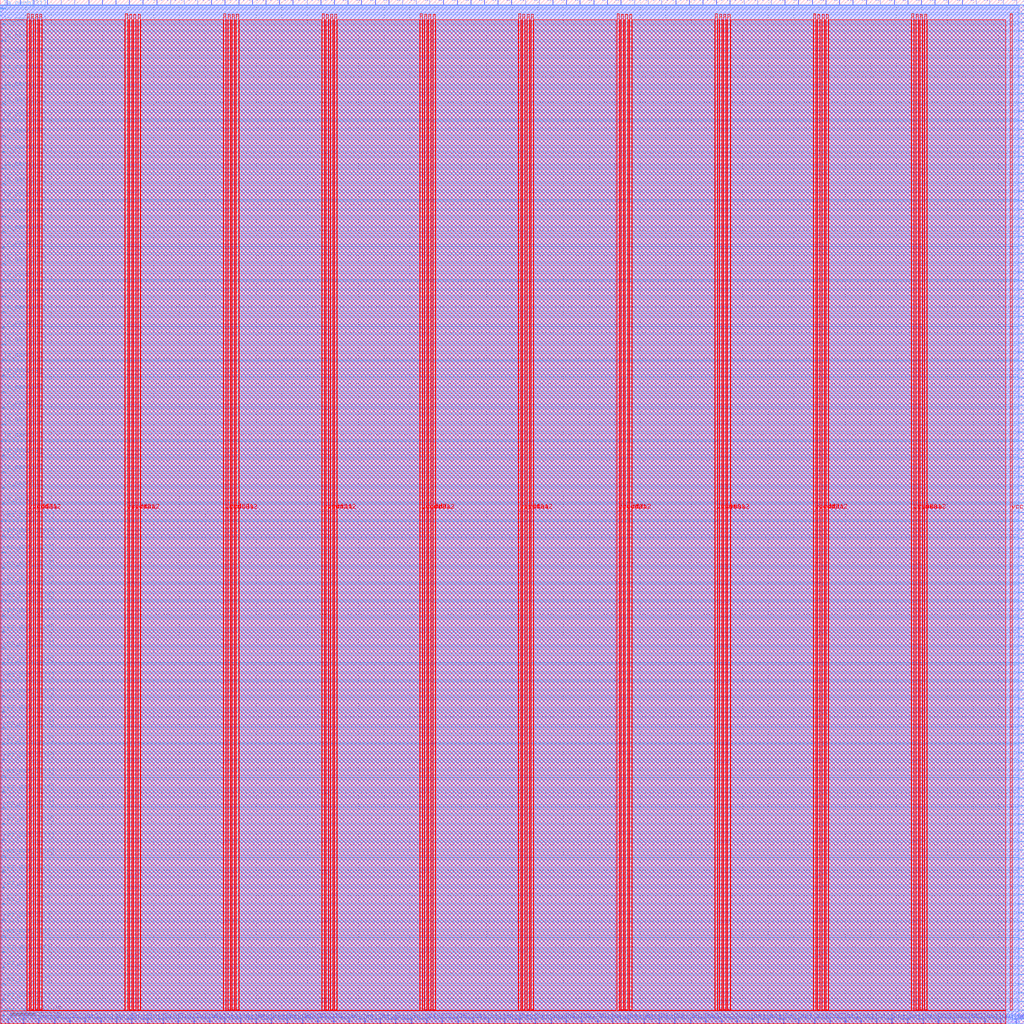
<source format=lef>
VERSION 5.7 ;
  NOWIREEXTENSIONATPIN ON ;
  DIVIDERCHAR "/" ;
  BUSBITCHARS "[]" ;
MACRO wrapper_sha1
  CLASS BLOCK ;
  FOREIGN wrapper_sha1 ;
  ORIGIN 0.000 0.000 ;
  SIZE 800.000 BY 800.000 ;
  PIN active
    DIRECTION INPUT ;
    USE SIGNAL ;
    PORT
      LAYER met2 ;
        RECT 69.090 796.000 69.370 800.000 ;
    END
  END active
  PIN io_in[0]
    DIRECTION INPUT ;
    USE SIGNAL ;
    PORT
      LAYER met3 ;
        RECT 796.000 3.440 800.000 4.040 ;
    END
  END io_in[0]
  PIN io_in[10]
    DIRECTION INPUT ;
    USE SIGNAL ;
    PORT
      LAYER met3 ;
        RECT 796.000 211.520 800.000 212.120 ;
    END
  END io_in[10]
  PIN io_in[11]
    DIRECTION INPUT ;
    USE SIGNAL ;
    PORT
      LAYER met3 ;
        RECT 796.000 232.600 800.000 233.200 ;
    END
  END io_in[11]
  PIN io_in[12]
    DIRECTION INPUT ;
    USE SIGNAL ;
    PORT
      LAYER met3 ;
        RECT 796.000 253.680 800.000 254.280 ;
    END
  END io_in[12]
  PIN io_in[13]
    DIRECTION INPUT ;
    USE SIGNAL ;
    PORT
      LAYER met3 ;
        RECT 796.000 274.080 800.000 274.680 ;
    END
  END io_in[13]
  PIN io_in[14]
    DIRECTION INPUT ;
    USE SIGNAL ;
    PORT
      LAYER met3 ;
        RECT 796.000 295.160 800.000 295.760 ;
    END
  END io_in[14]
  PIN io_in[15]
    DIRECTION INPUT ;
    USE SIGNAL ;
    PORT
      LAYER met3 ;
        RECT 796.000 316.240 800.000 316.840 ;
    END
  END io_in[15]
  PIN io_in[16]
    DIRECTION INPUT ;
    USE SIGNAL ;
    PORT
      LAYER met3 ;
        RECT 796.000 336.640 800.000 337.240 ;
    END
  END io_in[16]
  PIN io_in[17]
    DIRECTION INPUT ;
    USE SIGNAL ;
    PORT
      LAYER met3 ;
        RECT 796.000 357.720 800.000 358.320 ;
    END
  END io_in[17]
  PIN io_in[18]
    DIRECTION INPUT ;
    USE SIGNAL ;
    PORT
      LAYER met3 ;
        RECT 796.000 378.800 800.000 379.400 ;
    END
  END io_in[18]
  PIN io_in[19]
    DIRECTION INPUT ;
    USE SIGNAL ;
    PORT
      LAYER met3 ;
        RECT 796.000 399.200 800.000 399.800 ;
    END
  END io_in[19]
  PIN io_in[1]
    DIRECTION INPUT ;
    USE SIGNAL ;
    PORT
      LAYER met3 ;
        RECT 796.000 23.840 800.000 24.440 ;
    END
  END io_in[1]
  PIN io_in[20]
    DIRECTION INPUT ;
    USE SIGNAL ;
    PORT
      LAYER met3 ;
        RECT 796.000 420.280 800.000 420.880 ;
    END
  END io_in[20]
  PIN io_in[21]
    DIRECTION INPUT ;
    USE SIGNAL ;
    PORT
      LAYER met3 ;
        RECT 796.000 441.360 800.000 441.960 ;
    END
  END io_in[21]
  PIN io_in[22]
    DIRECTION INPUT ;
    USE SIGNAL ;
    PORT
      LAYER met3 ;
        RECT 796.000 461.760 800.000 462.360 ;
    END
  END io_in[22]
  PIN io_in[23]
    DIRECTION INPUT ;
    USE SIGNAL ;
    PORT
      LAYER met3 ;
        RECT 796.000 482.840 800.000 483.440 ;
    END
  END io_in[23]
  PIN io_in[24]
    DIRECTION INPUT ;
    USE SIGNAL ;
    PORT
      LAYER met3 ;
        RECT 796.000 503.920 800.000 504.520 ;
    END
  END io_in[24]
  PIN io_in[25]
    DIRECTION INPUT ;
    USE SIGNAL ;
    PORT
      LAYER met3 ;
        RECT 796.000 524.320 800.000 524.920 ;
    END
  END io_in[25]
  PIN io_in[26]
    DIRECTION INPUT ;
    USE SIGNAL ;
    PORT
      LAYER met3 ;
        RECT 796.000 545.400 800.000 546.000 ;
    END
  END io_in[26]
  PIN io_in[27]
    DIRECTION INPUT ;
    USE SIGNAL ;
    PORT
      LAYER met3 ;
        RECT 796.000 566.480 800.000 567.080 ;
    END
  END io_in[27]
  PIN io_in[28]
    DIRECTION INPUT ;
    USE SIGNAL ;
    PORT
      LAYER met3 ;
        RECT 796.000 586.880 800.000 587.480 ;
    END
  END io_in[28]
  PIN io_in[29]
    DIRECTION INPUT ;
    USE SIGNAL ;
    PORT
      LAYER met3 ;
        RECT 796.000 607.960 800.000 608.560 ;
    END
  END io_in[29]
  PIN io_in[2]
    DIRECTION INPUT ;
    USE SIGNAL ;
    PORT
      LAYER met3 ;
        RECT 796.000 44.920 800.000 45.520 ;
    END
  END io_in[2]
  PIN io_in[30]
    DIRECTION INPUT ;
    USE SIGNAL ;
    PORT
      LAYER met3 ;
        RECT 796.000 629.040 800.000 629.640 ;
    END
  END io_in[30]
  PIN io_in[31]
    DIRECTION INPUT ;
    USE SIGNAL ;
    PORT
      LAYER met3 ;
        RECT 796.000 650.120 800.000 650.720 ;
    END
  END io_in[31]
  PIN io_in[32]
    DIRECTION INPUT ;
    USE SIGNAL ;
    PORT
      LAYER met3 ;
        RECT 796.000 670.520 800.000 671.120 ;
    END
  END io_in[32]
  PIN io_in[33]
    DIRECTION INPUT ;
    USE SIGNAL ;
    PORT
      LAYER met3 ;
        RECT 796.000 691.600 800.000 692.200 ;
    END
  END io_in[33]
  PIN io_in[34]
    DIRECTION INPUT ;
    USE SIGNAL ;
    PORT
      LAYER met3 ;
        RECT 796.000 712.680 800.000 713.280 ;
    END
  END io_in[34]
  PIN io_in[35]
    DIRECTION INPUT ;
    USE SIGNAL ;
    PORT
      LAYER met3 ;
        RECT 796.000 733.080 800.000 733.680 ;
    END
  END io_in[35]
  PIN io_in[36]
    DIRECTION INPUT ;
    USE SIGNAL ;
    PORT
      LAYER met3 ;
        RECT 796.000 754.160 800.000 754.760 ;
    END
  END io_in[36]
  PIN io_in[37]
    DIRECTION INPUT ;
    USE SIGNAL ;
    PORT
      LAYER met3 ;
        RECT 796.000 775.240 800.000 775.840 ;
    END
  END io_in[37]
  PIN io_in[3]
    DIRECTION INPUT ;
    USE SIGNAL ;
    PORT
      LAYER met3 ;
        RECT 796.000 66.000 800.000 66.600 ;
    END
  END io_in[3]
  PIN io_in[4]
    DIRECTION INPUT ;
    USE SIGNAL ;
    PORT
      LAYER met3 ;
        RECT 796.000 86.400 800.000 87.000 ;
    END
  END io_in[4]
  PIN io_in[5]
    DIRECTION INPUT ;
    USE SIGNAL ;
    PORT
      LAYER met3 ;
        RECT 796.000 107.480 800.000 108.080 ;
    END
  END io_in[5]
  PIN io_in[6]
    DIRECTION INPUT ;
    USE SIGNAL ;
    PORT
      LAYER met3 ;
        RECT 796.000 128.560 800.000 129.160 ;
    END
  END io_in[6]
  PIN io_in[7]
    DIRECTION INPUT ;
    USE SIGNAL ;
    PORT
      LAYER met3 ;
        RECT 796.000 148.960 800.000 149.560 ;
    END
  END io_in[7]
  PIN io_in[8]
    DIRECTION INPUT ;
    USE SIGNAL ;
    PORT
      LAYER met3 ;
        RECT 796.000 170.040 800.000 170.640 ;
    END
  END io_in[8]
  PIN io_in[9]
    DIRECTION INPUT ;
    USE SIGNAL ;
    PORT
      LAYER met3 ;
        RECT 796.000 191.120 800.000 191.720 ;
    END
  END io_in[9]
  PIN io_oeb[0]
    DIRECTION OUTPUT TRISTATE ;
    USE SIGNAL ;
    PORT
      LAYER met3 ;
        RECT 796.000 17.040 800.000 17.640 ;
    END
  END io_oeb[0]
  PIN io_oeb[10]
    DIRECTION OUTPUT TRISTATE ;
    USE SIGNAL ;
    PORT
      LAYER met3 ;
        RECT 796.000 225.800 800.000 226.400 ;
    END
  END io_oeb[10]
  PIN io_oeb[11]
    DIRECTION OUTPUT TRISTATE ;
    USE SIGNAL ;
    PORT
      LAYER met3 ;
        RECT 796.000 246.200 800.000 246.800 ;
    END
  END io_oeb[11]
  PIN io_oeb[12]
    DIRECTION OUTPUT TRISTATE ;
    USE SIGNAL ;
    PORT
      LAYER met3 ;
        RECT 796.000 267.280 800.000 267.880 ;
    END
  END io_oeb[12]
  PIN io_oeb[13]
    DIRECTION OUTPUT TRISTATE ;
    USE SIGNAL ;
    PORT
      LAYER met3 ;
        RECT 796.000 288.360 800.000 288.960 ;
    END
  END io_oeb[13]
  PIN io_oeb[14]
    DIRECTION OUTPUT TRISTATE ;
    USE SIGNAL ;
    PORT
      LAYER met3 ;
        RECT 796.000 308.760 800.000 309.360 ;
    END
  END io_oeb[14]
  PIN io_oeb[15]
    DIRECTION OUTPUT TRISTATE ;
    USE SIGNAL ;
    PORT
      LAYER met3 ;
        RECT 796.000 329.840 800.000 330.440 ;
    END
  END io_oeb[15]
  PIN io_oeb[16]
    DIRECTION OUTPUT TRISTATE ;
    USE SIGNAL ;
    PORT
      LAYER met3 ;
        RECT 796.000 350.920 800.000 351.520 ;
    END
  END io_oeb[16]
  PIN io_oeb[17]
    DIRECTION OUTPUT TRISTATE ;
    USE SIGNAL ;
    PORT
      LAYER met3 ;
        RECT 796.000 371.320 800.000 371.920 ;
    END
  END io_oeb[17]
  PIN io_oeb[18]
    DIRECTION OUTPUT TRISTATE ;
    USE SIGNAL ;
    PORT
      LAYER met3 ;
        RECT 796.000 392.400 800.000 393.000 ;
    END
  END io_oeb[18]
  PIN io_oeb[19]
    DIRECTION OUTPUT TRISTATE ;
    USE SIGNAL ;
    PORT
      LAYER met3 ;
        RECT 796.000 413.480 800.000 414.080 ;
    END
  END io_oeb[19]
  PIN io_oeb[1]
    DIRECTION OUTPUT TRISTATE ;
    USE SIGNAL ;
    PORT
      LAYER met3 ;
        RECT 796.000 38.120 800.000 38.720 ;
    END
  END io_oeb[1]
  PIN io_oeb[20]
    DIRECTION OUTPUT TRISTATE ;
    USE SIGNAL ;
    PORT
      LAYER met3 ;
        RECT 796.000 434.560 800.000 435.160 ;
    END
  END io_oeb[20]
  PIN io_oeb[21]
    DIRECTION OUTPUT TRISTATE ;
    USE SIGNAL ;
    PORT
      LAYER met3 ;
        RECT 796.000 454.960 800.000 455.560 ;
    END
  END io_oeb[21]
  PIN io_oeb[22]
    DIRECTION OUTPUT TRISTATE ;
    USE SIGNAL ;
    PORT
      LAYER met3 ;
        RECT 796.000 476.040 800.000 476.640 ;
    END
  END io_oeb[22]
  PIN io_oeb[23]
    DIRECTION OUTPUT TRISTATE ;
    USE SIGNAL ;
    PORT
      LAYER met3 ;
        RECT 796.000 497.120 800.000 497.720 ;
    END
  END io_oeb[23]
  PIN io_oeb[24]
    DIRECTION OUTPUT TRISTATE ;
    USE SIGNAL ;
    PORT
      LAYER met3 ;
        RECT 796.000 517.520 800.000 518.120 ;
    END
  END io_oeb[24]
  PIN io_oeb[25]
    DIRECTION OUTPUT TRISTATE ;
    USE SIGNAL ;
    PORT
      LAYER met3 ;
        RECT 796.000 538.600 800.000 539.200 ;
    END
  END io_oeb[25]
  PIN io_oeb[26]
    DIRECTION OUTPUT TRISTATE ;
    USE SIGNAL ;
    PORT
      LAYER met3 ;
        RECT 796.000 559.680 800.000 560.280 ;
    END
  END io_oeb[26]
  PIN io_oeb[27]
    DIRECTION OUTPUT TRISTATE ;
    USE SIGNAL ;
    PORT
      LAYER met3 ;
        RECT 796.000 580.080 800.000 580.680 ;
    END
  END io_oeb[27]
  PIN io_oeb[28]
    DIRECTION OUTPUT TRISTATE ;
    USE SIGNAL ;
    PORT
      LAYER met3 ;
        RECT 796.000 601.160 800.000 601.760 ;
    END
  END io_oeb[28]
  PIN io_oeb[29]
    DIRECTION OUTPUT TRISTATE ;
    USE SIGNAL ;
    PORT
      LAYER met3 ;
        RECT 796.000 622.240 800.000 622.840 ;
    END
  END io_oeb[29]
  PIN io_oeb[2]
    DIRECTION OUTPUT TRISTATE ;
    USE SIGNAL ;
    PORT
      LAYER met3 ;
        RECT 796.000 58.520 800.000 59.120 ;
    END
  END io_oeb[2]
  PIN io_oeb[30]
    DIRECTION OUTPUT TRISTATE ;
    USE SIGNAL ;
    PORT
      LAYER met3 ;
        RECT 796.000 642.640 800.000 643.240 ;
    END
  END io_oeb[30]
  PIN io_oeb[31]
    DIRECTION OUTPUT TRISTATE ;
    USE SIGNAL ;
    PORT
      LAYER met3 ;
        RECT 796.000 663.720 800.000 664.320 ;
    END
  END io_oeb[31]
  PIN io_oeb[32]
    DIRECTION OUTPUT TRISTATE ;
    USE SIGNAL ;
    PORT
      LAYER met3 ;
        RECT 796.000 684.800 800.000 685.400 ;
    END
  END io_oeb[32]
  PIN io_oeb[33]
    DIRECTION OUTPUT TRISTATE ;
    USE SIGNAL ;
    PORT
      LAYER met3 ;
        RECT 796.000 705.200 800.000 705.800 ;
    END
  END io_oeb[33]
  PIN io_oeb[34]
    DIRECTION OUTPUT TRISTATE ;
    USE SIGNAL ;
    PORT
      LAYER met3 ;
        RECT 796.000 726.280 800.000 726.880 ;
    END
  END io_oeb[34]
  PIN io_oeb[35]
    DIRECTION OUTPUT TRISTATE ;
    USE SIGNAL ;
    PORT
      LAYER met3 ;
        RECT 796.000 747.360 800.000 747.960 ;
    END
  END io_oeb[35]
  PIN io_oeb[36]
    DIRECTION OUTPUT TRISTATE ;
    USE SIGNAL ;
    PORT
      LAYER met3 ;
        RECT 796.000 767.760 800.000 768.360 ;
    END
  END io_oeb[36]
  PIN io_oeb[37]
    DIRECTION OUTPUT TRISTATE ;
    USE SIGNAL ;
    PORT
      LAYER met3 ;
        RECT 796.000 788.840 800.000 789.440 ;
    END
  END io_oeb[37]
  PIN io_oeb[3]
    DIRECTION OUTPUT TRISTATE ;
    USE SIGNAL ;
    PORT
      LAYER met3 ;
        RECT 796.000 79.600 800.000 80.200 ;
    END
  END io_oeb[3]
  PIN io_oeb[4]
    DIRECTION OUTPUT TRISTATE ;
    USE SIGNAL ;
    PORT
      LAYER met3 ;
        RECT 796.000 100.680 800.000 101.280 ;
    END
  END io_oeb[4]
  PIN io_oeb[5]
    DIRECTION OUTPUT TRISTATE ;
    USE SIGNAL ;
    PORT
      LAYER met3 ;
        RECT 796.000 121.080 800.000 121.680 ;
    END
  END io_oeb[5]
  PIN io_oeb[6]
    DIRECTION OUTPUT TRISTATE ;
    USE SIGNAL ;
    PORT
      LAYER met3 ;
        RECT 796.000 142.160 800.000 142.760 ;
    END
  END io_oeb[6]
  PIN io_oeb[7]
    DIRECTION OUTPUT TRISTATE ;
    USE SIGNAL ;
    PORT
      LAYER met3 ;
        RECT 796.000 163.240 800.000 163.840 ;
    END
  END io_oeb[7]
  PIN io_oeb[8]
    DIRECTION OUTPUT TRISTATE ;
    USE SIGNAL ;
    PORT
      LAYER met3 ;
        RECT 796.000 183.640 800.000 184.240 ;
    END
  END io_oeb[8]
  PIN io_oeb[9]
    DIRECTION OUTPUT TRISTATE ;
    USE SIGNAL ;
    PORT
      LAYER met3 ;
        RECT 796.000 204.720 800.000 205.320 ;
    END
  END io_oeb[9]
  PIN io_out[0]
    DIRECTION OUTPUT TRISTATE ;
    USE SIGNAL ;
    PORT
      LAYER met3 ;
        RECT 796.000 10.240 800.000 10.840 ;
    END
  END io_out[0]
  PIN io_out[10]
    DIRECTION OUTPUT TRISTATE ;
    USE SIGNAL ;
    PORT
      LAYER met3 ;
        RECT 796.000 219.000 800.000 219.600 ;
    END
  END io_out[10]
  PIN io_out[11]
    DIRECTION OUTPUT TRISTATE ;
    USE SIGNAL ;
    PORT
      LAYER met3 ;
        RECT 796.000 239.400 800.000 240.000 ;
    END
  END io_out[11]
  PIN io_out[12]
    DIRECTION OUTPUT TRISTATE ;
    USE SIGNAL ;
    PORT
      LAYER met3 ;
        RECT 796.000 260.480 800.000 261.080 ;
    END
  END io_out[12]
  PIN io_out[13]
    DIRECTION OUTPUT TRISTATE ;
    USE SIGNAL ;
    PORT
      LAYER met3 ;
        RECT 796.000 281.560 800.000 282.160 ;
    END
  END io_out[13]
  PIN io_out[14]
    DIRECTION OUTPUT TRISTATE ;
    USE SIGNAL ;
    PORT
      LAYER met3 ;
        RECT 796.000 301.960 800.000 302.560 ;
    END
  END io_out[14]
  PIN io_out[15]
    DIRECTION OUTPUT TRISTATE ;
    USE SIGNAL ;
    PORT
      LAYER met3 ;
        RECT 796.000 323.040 800.000 323.640 ;
    END
  END io_out[15]
  PIN io_out[16]
    DIRECTION OUTPUT TRISTATE ;
    USE SIGNAL ;
    PORT
      LAYER met3 ;
        RECT 796.000 344.120 800.000 344.720 ;
    END
  END io_out[16]
  PIN io_out[17]
    DIRECTION OUTPUT TRISTATE ;
    USE SIGNAL ;
    PORT
      LAYER met3 ;
        RECT 796.000 364.520 800.000 365.120 ;
    END
  END io_out[17]
  PIN io_out[18]
    DIRECTION OUTPUT TRISTATE ;
    USE SIGNAL ;
    PORT
      LAYER met3 ;
        RECT 796.000 385.600 800.000 386.200 ;
    END
  END io_out[18]
  PIN io_out[19]
    DIRECTION OUTPUT TRISTATE ;
    USE SIGNAL ;
    PORT
      LAYER met3 ;
        RECT 796.000 406.680 800.000 407.280 ;
    END
  END io_out[19]
  PIN io_out[1]
    DIRECTION OUTPUT TRISTATE ;
    USE SIGNAL ;
    PORT
      LAYER met3 ;
        RECT 796.000 30.640 800.000 31.240 ;
    END
  END io_out[1]
  PIN io_out[20]
    DIRECTION OUTPUT TRISTATE ;
    USE SIGNAL ;
    PORT
      LAYER met3 ;
        RECT 796.000 427.080 800.000 427.680 ;
    END
  END io_out[20]
  PIN io_out[21]
    DIRECTION OUTPUT TRISTATE ;
    USE SIGNAL ;
    PORT
      LAYER met3 ;
        RECT 796.000 448.160 800.000 448.760 ;
    END
  END io_out[21]
  PIN io_out[22]
    DIRECTION OUTPUT TRISTATE ;
    USE SIGNAL ;
    PORT
      LAYER met3 ;
        RECT 796.000 469.240 800.000 469.840 ;
    END
  END io_out[22]
  PIN io_out[23]
    DIRECTION OUTPUT TRISTATE ;
    USE SIGNAL ;
    PORT
      LAYER met3 ;
        RECT 796.000 489.640 800.000 490.240 ;
    END
  END io_out[23]
  PIN io_out[24]
    DIRECTION OUTPUT TRISTATE ;
    USE SIGNAL ;
    PORT
      LAYER met3 ;
        RECT 796.000 510.720 800.000 511.320 ;
    END
  END io_out[24]
  PIN io_out[25]
    DIRECTION OUTPUT TRISTATE ;
    USE SIGNAL ;
    PORT
      LAYER met3 ;
        RECT 796.000 531.800 800.000 532.400 ;
    END
  END io_out[25]
  PIN io_out[26]
    DIRECTION OUTPUT TRISTATE ;
    USE SIGNAL ;
    PORT
      LAYER met3 ;
        RECT 796.000 552.200 800.000 552.800 ;
    END
  END io_out[26]
  PIN io_out[27]
    DIRECTION OUTPUT TRISTATE ;
    USE SIGNAL ;
    PORT
      LAYER met3 ;
        RECT 796.000 573.280 800.000 573.880 ;
    END
  END io_out[27]
  PIN io_out[28]
    DIRECTION OUTPUT TRISTATE ;
    USE SIGNAL ;
    PORT
      LAYER met3 ;
        RECT 796.000 594.360 800.000 594.960 ;
    END
  END io_out[28]
  PIN io_out[29]
    DIRECTION OUTPUT TRISTATE ;
    USE SIGNAL ;
    PORT
      LAYER met3 ;
        RECT 796.000 614.760 800.000 615.360 ;
    END
  END io_out[29]
  PIN io_out[2]
    DIRECTION OUTPUT TRISTATE ;
    USE SIGNAL ;
    PORT
      LAYER met3 ;
        RECT 796.000 51.720 800.000 52.320 ;
    END
  END io_out[2]
  PIN io_out[30]
    DIRECTION OUTPUT TRISTATE ;
    USE SIGNAL ;
    PORT
      LAYER met3 ;
        RECT 796.000 635.840 800.000 636.440 ;
    END
  END io_out[30]
  PIN io_out[31]
    DIRECTION OUTPUT TRISTATE ;
    USE SIGNAL ;
    PORT
      LAYER met3 ;
        RECT 796.000 656.920 800.000 657.520 ;
    END
  END io_out[31]
  PIN io_out[32]
    DIRECTION OUTPUT TRISTATE ;
    USE SIGNAL ;
    PORT
      LAYER met3 ;
        RECT 796.000 677.320 800.000 677.920 ;
    END
  END io_out[32]
  PIN io_out[33]
    DIRECTION OUTPUT TRISTATE ;
    USE SIGNAL ;
    PORT
      LAYER met3 ;
        RECT 796.000 698.400 800.000 699.000 ;
    END
  END io_out[33]
  PIN io_out[34]
    DIRECTION OUTPUT TRISTATE ;
    USE SIGNAL ;
    PORT
      LAYER met3 ;
        RECT 796.000 719.480 800.000 720.080 ;
    END
  END io_out[34]
  PIN io_out[35]
    DIRECTION OUTPUT TRISTATE ;
    USE SIGNAL ;
    PORT
      LAYER met3 ;
        RECT 796.000 739.880 800.000 740.480 ;
    END
  END io_out[35]
  PIN io_out[36]
    DIRECTION OUTPUT TRISTATE ;
    USE SIGNAL ;
    PORT
      LAYER met3 ;
        RECT 796.000 760.960 800.000 761.560 ;
    END
  END io_out[36]
  PIN io_out[37]
    DIRECTION OUTPUT TRISTATE ;
    USE SIGNAL ;
    PORT
      LAYER met3 ;
        RECT 796.000 782.040 800.000 782.640 ;
    END
  END io_out[37]
  PIN io_out[3]
    DIRECTION OUTPUT TRISTATE ;
    USE SIGNAL ;
    PORT
      LAYER met3 ;
        RECT 796.000 72.800 800.000 73.400 ;
    END
  END io_out[3]
  PIN io_out[4]
    DIRECTION OUTPUT TRISTATE ;
    USE SIGNAL ;
    PORT
      LAYER met3 ;
        RECT 796.000 93.200 800.000 93.800 ;
    END
  END io_out[4]
  PIN io_out[5]
    DIRECTION OUTPUT TRISTATE ;
    USE SIGNAL ;
    PORT
      LAYER met3 ;
        RECT 796.000 114.280 800.000 114.880 ;
    END
  END io_out[5]
  PIN io_out[6]
    DIRECTION OUTPUT TRISTATE ;
    USE SIGNAL ;
    PORT
      LAYER met3 ;
        RECT 796.000 135.360 800.000 135.960 ;
    END
  END io_out[6]
  PIN io_out[7]
    DIRECTION OUTPUT TRISTATE ;
    USE SIGNAL ;
    PORT
      LAYER met3 ;
        RECT 796.000 155.760 800.000 156.360 ;
    END
  END io_out[7]
  PIN io_out[8]
    DIRECTION OUTPUT TRISTATE ;
    USE SIGNAL ;
    PORT
      LAYER met3 ;
        RECT 796.000 176.840 800.000 177.440 ;
    END
  END io_out[8]
  PIN io_out[9]
    DIRECTION OUTPUT TRISTATE ;
    USE SIGNAL ;
    PORT
      LAYER met3 ;
        RECT 796.000 197.920 800.000 198.520 ;
    END
  END io_out[9]
  PIN irq[0]
    DIRECTION OUTPUT TRISTATE ;
    USE SIGNAL ;
    PORT
      LAYER met2 ;
        RECT 781.630 0.000 781.910 4.000 ;
    END
  END irq[0]
  PIN irq[1]
    DIRECTION OUTPUT TRISTATE ;
    USE SIGNAL ;
    PORT
      LAYER met2 ;
        RECT 793.590 0.000 793.870 4.000 ;
    END
  END irq[1]
  PIN irq[2]
    DIRECTION OUTPUT TRISTATE ;
    USE SIGNAL ;
    PORT
      LAYER met3 ;
        RECT 796.000 795.640 800.000 796.240 ;
    END
  END irq[2]
  PIN la_data_in[0]
    DIRECTION INPUT ;
    USE SIGNAL ;
    PORT
      LAYER met2 ;
        RECT 6.070 0.000 6.350 4.000 ;
    END
  END la_data_in[0]
  PIN la_data_in[10]
    DIRECTION INPUT ;
    USE SIGNAL ;
    PORT
      LAYER met2 ;
        RECT 127.050 0.000 127.330 4.000 ;
    END
  END la_data_in[10]
  PIN la_data_in[11]
    DIRECTION INPUT ;
    USE SIGNAL ;
    PORT
      LAYER met2 ;
        RECT 139.010 0.000 139.290 4.000 ;
    END
  END la_data_in[11]
  PIN la_data_in[12]
    DIRECTION INPUT ;
    USE SIGNAL ;
    PORT
      LAYER met2 ;
        RECT 151.430 0.000 151.710 4.000 ;
    END
  END la_data_in[12]
  PIN la_data_in[13]
    DIRECTION INPUT ;
    USE SIGNAL ;
    PORT
      LAYER met2 ;
        RECT 163.390 0.000 163.670 4.000 ;
    END
  END la_data_in[13]
  PIN la_data_in[14]
    DIRECTION INPUT ;
    USE SIGNAL ;
    PORT
      LAYER met2 ;
        RECT 175.350 0.000 175.630 4.000 ;
    END
  END la_data_in[14]
  PIN la_data_in[15]
    DIRECTION INPUT ;
    USE SIGNAL ;
    PORT
      LAYER met2 ;
        RECT 187.770 0.000 188.050 4.000 ;
    END
  END la_data_in[15]
  PIN la_data_in[16]
    DIRECTION INPUT ;
    USE SIGNAL ;
    PORT
      LAYER met2 ;
        RECT 199.730 0.000 200.010 4.000 ;
    END
  END la_data_in[16]
  PIN la_data_in[17]
    DIRECTION INPUT ;
    USE SIGNAL ;
    PORT
      LAYER met2 ;
        RECT 211.690 0.000 211.970 4.000 ;
    END
  END la_data_in[17]
  PIN la_data_in[18]
    DIRECTION INPUT ;
    USE SIGNAL ;
    PORT
      LAYER met2 ;
        RECT 224.110 0.000 224.390 4.000 ;
    END
  END la_data_in[18]
  PIN la_data_in[19]
    DIRECTION INPUT ;
    USE SIGNAL ;
    PORT
      LAYER met2 ;
        RECT 236.070 0.000 236.350 4.000 ;
    END
  END la_data_in[19]
  PIN la_data_in[1]
    DIRECTION INPUT ;
    USE SIGNAL ;
    PORT
      LAYER met2 ;
        RECT 18.030 0.000 18.310 4.000 ;
    END
  END la_data_in[1]
  PIN la_data_in[20]
    DIRECTION INPUT ;
    USE SIGNAL ;
    PORT
      LAYER met2 ;
        RECT 248.030 0.000 248.310 4.000 ;
    END
  END la_data_in[20]
  PIN la_data_in[21]
    DIRECTION INPUT ;
    USE SIGNAL ;
    PORT
      LAYER met2 ;
        RECT 260.450 0.000 260.730 4.000 ;
    END
  END la_data_in[21]
  PIN la_data_in[22]
    DIRECTION INPUT ;
    USE SIGNAL ;
    PORT
      LAYER met2 ;
        RECT 272.410 0.000 272.690 4.000 ;
    END
  END la_data_in[22]
  PIN la_data_in[23]
    DIRECTION INPUT ;
    USE SIGNAL ;
    PORT
      LAYER met2 ;
        RECT 284.830 0.000 285.110 4.000 ;
    END
  END la_data_in[23]
  PIN la_data_in[24]
    DIRECTION INPUT ;
    USE SIGNAL ;
    PORT
      LAYER met2 ;
        RECT 296.790 0.000 297.070 4.000 ;
    END
  END la_data_in[24]
  PIN la_data_in[25]
    DIRECTION INPUT ;
    USE SIGNAL ;
    PORT
      LAYER met2 ;
        RECT 308.750 0.000 309.030 4.000 ;
    END
  END la_data_in[25]
  PIN la_data_in[26]
    DIRECTION INPUT ;
    USE SIGNAL ;
    PORT
      LAYER met2 ;
        RECT 321.170 0.000 321.450 4.000 ;
    END
  END la_data_in[26]
  PIN la_data_in[27]
    DIRECTION INPUT ;
    USE SIGNAL ;
    PORT
      LAYER met2 ;
        RECT 333.130 0.000 333.410 4.000 ;
    END
  END la_data_in[27]
  PIN la_data_in[28]
    DIRECTION INPUT ;
    USE SIGNAL ;
    PORT
      LAYER met2 ;
        RECT 345.090 0.000 345.370 4.000 ;
    END
  END la_data_in[28]
  PIN la_data_in[29]
    DIRECTION INPUT ;
    USE SIGNAL ;
    PORT
      LAYER met2 ;
        RECT 357.510 0.000 357.790 4.000 ;
    END
  END la_data_in[29]
  PIN la_data_in[2]
    DIRECTION INPUT ;
    USE SIGNAL ;
    PORT
      LAYER met2 ;
        RECT 29.990 0.000 30.270 4.000 ;
    END
  END la_data_in[2]
  PIN la_data_in[30]
    DIRECTION INPUT ;
    USE SIGNAL ;
    PORT
      LAYER met2 ;
        RECT 369.470 0.000 369.750 4.000 ;
    END
  END la_data_in[30]
  PIN la_data_in[31]
    DIRECTION INPUT ;
    USE SIGNAL ;
    PORT
      LAYER met2 ;
        RECT 381.430 0.000 381.710 4.000 ;
    END
  END la_data_in[31]
  PIN la_data_in[3]
    DIRECTION INPUT ;
    USE SIGNAL ;
    PORT
      LAYER met2 ;
        RECT 42.410 0.000 42.690 4.000 ;
    END
  END la_data_in[3]
  PIN la_data_in[4]
    DIRECTION INPUT ;
    USE SIGNAL ;
    PORT
      LAYER met2 ;
        RECT 54.370 0.000 54.650 4.000 ;
    END
  END la_data_in[4]
  PIN la_data_in[5]
    DIRECTION INPUT ;
    USE SIGNAL ;
    PORT
      LAYER met2 ;
        RECT 66.330 0.000 66.610 4.000 ;
    END
  END la_data_in[5]
  PIN la_data_in[6]
    DIRECTION INPUT ;
    USE SIGNAL ;
    PORT
      LAYER met2 ;
        RECT 78.750 0.000 79.030 4.000 ;
    END
  END la_data_in[6]
  PIN la_data_in[7]
    DIRECTION INPUT ;
    USE SIGNAL ;
    PORT
      LAYER met2 ;
        RECT 90.710 0.000 90.990 4.000 ;
    END
  END la_data_in[7]
  PIN la_data_in[8]
    DIRECTION INPUT ;
    USE SIGNAL ;
    PORT
      LAYER met2 ;
        RECT 102.670 0.000 102.950 4.000 ;
    END
  END la_data_in[8]
  PIN la_data_in[9]
    DIRECTION INPUT ;
    USE SIGNAL ;
    PORT
      LAYER met2 ;
        RECT 115.090 0.000 115.370 4.000 ;
    END
  END la_data_in[9]
  PIN la_data_out[0]
    DIRECTION OUTPUT TRISTATE ;
    USE SIGNAL ;
    PORT
      LAYER met2 ;
        RECT 393.850 0.000 394.130 4.000 ;
    END
  END la_data_out[0]
  PIN la_data_out[10]
    DIRECTION OUTPUT TRISTATE ;
    USE SIGNAL ;
    PORT
      LAYER met2 ;
        RECT 514.830 0.000 515.110 4.000 ;
    END
  END la_data_out[10]
  PIN la_data_out[11]
    DIRECTION OUTPUT TRISTATE ;
    USE SIGNAL ;
    PORT
      LAYER met2 ;
        RECT 526.790 0.000 527.070 4.000 ;
    END
  END la_data_out[11]
  PIN la_data_out[12]
    DIRECTION OUTPUT TRISTATE ;
    USE SIGNAL ;
    PORT
      LAYER met2 ;
        RECT 539.210 0.000 539.490 4.000 ;
    END
  END la_data_out[12]
  PIN la_data_out[13]
    DIRECTION OUTPUT TRISTATE ;
    USE SIGNAL ;
    PORT
      LAYER met2 ;
        RECT 551.170 0.000 551.450 4.000 ;
    END
  END la_data_out[13]
  PIN la_data_out[14]
    DIRECTION OUTPUT TRISTATE ;
    USE SIGNAL ;
    PORT
      LAYER met2 ;
        RECT 563.590 0.000 563.870 4.000 ;
    END
  END la_data_out[14]
  PIN la_data_out[15]
    DIRECTION OUTPUT TRISTATE ;
    USE SIGNAL ;
    PORT
      LAYER met2 ;
        RECT 575.550 0.000 575.830 4.000 ;
    END
  END la_data_out[15]
  PIN la_data_out[16]
    DIRECTION OUTPUT TRISTATE ;
    USE SIGNAL ;
    PORT
      LAYER met2 ;
        RECT 587.510 0.000 587.790 4.000 ;
    END
  END la_data_out[16]
  PIN la_data_out[17]
    DIRECTION OUTPUT TRISTATE ;
    USE SIGNAL ;
    PORT
      LAYER met2 ;
        RECT 599.930 0.000 600.210 4.000 ;
    END
  END la_data_out[17]
  PIN la_data_out[18]
    DIRECTION OUTPUT TRISTATE ;
    USE SIGNAL ;
    PORT
      LAYER met2 ;
        RECT 611.890 0.000 612.170 4.000 ;
    END
  END la_data_out[18]
  PIN la_data_out[19]
    DIRECTION OUTPUT TRISTATE ;
    USE SIGNAL ;
    PORT
      LAYER met2 ;
        RECT 623.850 0.000 624.130 4.000 ;
    END
  END la_data_out[19]
  PIN la_data_out[1]
    DIRECTION OUTPUT TRISTATE ;
    USE SIGNAL ;
    PORT
      LAYER met2 ;
        RECT 405.810 0.000 406.090 4.000 ;
    END
  END la_data_out[1]
  PIN la_data_out[20]
    DIRECTION OUTPUT TRISTATE ;
    USE SIGNAL ;
    PORT
      LAYER met2 ;
        RECT 636.270 0.000 636.550 4.000 ;
    END
  END la_data_out[20]
  PIN la_data_out[21]
    DIRECTION OUTPUT TRISTATE ;
    USE SIGNAL ;
    PORT
      LAYER met2 ;
        RECT 648.230 0.000 648.510 4.000 ;
    END
  END la_data_out[21]
  PIN la_data_out[22]
    DIRECTION OUTPUT TRISTATE ;
    USE SIGNAL ;
    PORT
      LAYER met2 ;
        RECT 660.190 0.000 660.470 4.000 ;
    END
  END la_data_out[22]
  PIN la_data_out[23]
    DIRECTION OUTPUT TRISTATE ;
    USE SIGNAL ;
    PORT
      LAYER met2 ;
        RECT 672.610 0.000 672.890 4.000 ;
    END
  END la_data_out[23]
  PIN la_data_out[24]
    DIRECTION OUTPUT TRISTATE ;
    USE SIGNAL ;
    PORT
      LAYER met2 ;
        RECT 684.570 0.000 684.850 4.000 ;
    END
  END la_data_out[24]
  PIN la_data_out[25]
    DIRECTION OUTPUT TRISTATE ;
    USE SIGNAL ;
    PORT
      LAYER met2 ;
        RECT 696.530 0.000 696.810 4.000 ;
    END
  END la_data_out[25]
  PIN la_data_out[26]
    DIRECTION OUTPUT TRISTATE ;
    USE SIGNAL ;
    PORT
      LAYER met2 ;
        RECT 708.950 0.000 709.230 4.000 ;
    END
  END la_data_out[26]
  PIN la_data_out[27]
    DIRECTION OUTPUT TRISTATE ;
    USE SIGNAL ;
    PORT
      LAYER met2 ;
        RECT 720.910 0.000 721.190 4.000 ;
    END
  END la_data_out[27]
  PIN la_data_out[28]
    DIRECTION OUTPUT TRISTATE ;
    USE SIGNAL ;
    PORT
      LAYER met2 ;
        RECT 732.870 0.000 733.150 4.000 ;
    END
  END la_data_out[28]
  PIN la_data_out[29]
    DIRECTION OUTPUT TRISTATE ;
    USE SIGNAL ;
    PORT
      LAYER met2 ;
        RECT 745.290 0.000 745.570 4.000 ;
    END
  END la_data_out[29]
  PIN la_data_out[2]
    DIRECTION OUTPUT TRISTATE ;
    USE SIGNAL ;
    PORT
      LAYER met2 ;
        RECT 417.770 0.000 418.050 4.000 ;
    END
  END la_data_out[2]
  PIN la_data_out[30]
    DIRECTION OUTPUT TRISTATE ;
    USE SIGNAL ;
    PORT
      LAYER met2 ;
        RECT 757.250 0.000 757.530 4.000 ;
    END
  END la_data_out[30]
  PIN la_data_out[31]
    DIRECTION OUTPUT TRISTATE ;
    USE SIGNAL ;
    PORT
      LAYER met2 ;
        RECT 769.210 0.000 769.490 4.000 ;
    END
  END la_data_out[31]
  PIN la_data_out[3]
    DIRECTION OUTPUT TRISTATE ;
    USE SIGNAL ;
    PORT
      LAYER met2 ;
        RECT 430.190 0.000 430.470 4.000 ;
    END
  END la_data_out[3]
  PIN la_data_out[4]
    DIRECTION OUTPUT TRISTATE ;
    USE SIGNAL ;
    PORT
      LAYER met2 ;
        RECT 442.150 0.000 442.430 4.000 ;
    END
  END la_data_out[4]
  PIN la_data_out[5]
    DIRECTION OUTPUT TRISTATE ;
    USE SIGNAL ;
    PORT
      LAYER met2 ;
        RECT 454.110 0.000 454.390 4.000 ;
    END
  END la_data_out[5]
  PIN la_data_out[6]
    DIRECTION OUTPUT TRISTATE ;
    USE SIGNAL ;
    PORT
      LAYER met2 ;
        RECT 466.530 0.000 466.810 4.000 ;
    END
  END la_data_out[6]
  PIN la_data_out[7]
    DIRECTION OUTPUT TRISTATE ;
    USE SIGNAL ;
    PORT
      LAYER met2 ;
        RECT 478.490 0.000 478.770 4.000 ;
    END
  END la_data_out[7]
  PIN la_data_out[8]
    DIRECTION OUTPUT TRISTATE ;
    USE SIGNAL ;
    PORT
      LAYER met2 ;
        RECT 490.450 0.000 490.730 4.000 ;
    END
  END la_data_out[8]
  PIN la_data_out[9]
    DIRECTION OUTPUT TRISTATE ;
    USE SIGNAL ;
    PORT
      LAYER met2 ;
        RECT 502.870 0.000 503.150 4.000 ;
    END
  END la_data_out[9]
  PIN la_oenb[0]
    DIRECTION INPUT ;
    USE SIGNAL ;
    PORT
      LAYER met3 ;
        RECT 0.000 406.000 4.000 406.600 ;
    END
  END la_oenb[0]
  PIN la_oenb[10]
    DIRECTION INPUT ;
    USE SIGNAL ;
    PORT
      LAYER met3 ;
        RECT 0.000 530.440 4.000 531.040 ;
    END
  END la_oenb[10]
  PIN la_oenb[11]
    DIRECTION INPUT ;
    USE SIGNAL ;
    PORT
      LAYER met3 ;
        RECT 0.000 543.360 4.000 543.960 ;
    END
  END la_oenb[11]
  PIN la_oenb[12]
    DIRECTION INPUT ;
    USE SIGNAL ;
    PORT
      LAYER met3 ;
        RECT 0.000 555.600 4.000 556.200 ;
    END
  END la_oenb[12]
  PIN la_oenb[13]
    DIRECTION INPUT ;
    USE SIGNAL ;
    PORT
      LAYER met3 ;
        RECT 0.000 567.840 4.000 568.440 ;
    END
  END la_oenb[13]
  PIN la_oenb[14]
    DIRECTION INPUT ;
    USE SIGNAL ;
    PORT
      LAYER met3 ;
        RECT 0.000 580.760 4.000 581.360 ;
    END
  END la_oenb[14]
  PIN la_oenb[15]
    DIRECTION INPUT ;
    USE SIGNAL ;
    PORT
      LAYER met3 ;
        RECT 0.000 593.000 4.000 593.600 ;
    END
  END la_oenb[15]
  PIN la_oenb[16]
    DIRECTION INPUT ;
    USE SIGNAL ;
    PORT
      LAYER met3 ;
        RECT 0.000 605.920 4.000 606.520 ;
    END
  END la_oenb[16]
  PIN la_oenb[17]
    DIRECTION INPUT ;
    USE SIGNAL ;
    PORT
      LAYER met3 ;
        RECT 0.000 618.160 4.000 618.760 ;
    END
  END la_oenb[17]
  PIN la_oenb[18]
    DIRECTION INPUT ;
    USE SIGNAL ;
    PORT
      LAYER met3 ;
        RECT 0.000 630.400 4.000 631.000 ;
    END
  END la_oenb[18]
  PIN la_oenb[19]
    DIRECTION INPUT ;
    USE SIGNAL ;
    PORT
      LAYER met3 ;
        RECT 0.000 643.320 4.000 643.920 ;
    END
  END la_oenb[19]
  PIN la_oenb[1]
    DIRECTION INPUT ;
    USE SIGNAL ;
    PORT
      LAYER met3 ;
        RECT 0.000 418.240 4.000 418.840 ;
    END
  END la_oenb[1]
  PIN la_oenb[20]
    DIRECTION INPUT ;
    USE SIGNAL ;
    PORT
      LAYER met3 ;
        RECT 0.000 655.560 4.000 656.160 ;
    END
  END la_oenb[20]
  PIN la_oenb[21]
    DIRECTION INPUT ;
    USE SIGNAL ;
    PORT
      LAYER met3 ;
        RECT 0.000 667.800 4.000 668.400 ;
    END
  END la_oenb[21]
  PIN la_oenb[22]
    DIRECTION INPUT ;
    USE SIGNAL ;
    PORT
      LAYER met3 ;
        RECT 0.000 680.720 4.000 681.320 ;
    END
  END la_oenb[22]
  PIN la_oenb[23]
    DIRECTION INPUT ;
    USE SIGNAL ;
    PORT
      LAYER met3 ;
        RECT 0.000 692.960 4.000 693.560 ;
    END
  END la_oenb[23]
  PIN la_oenb[24]
    DIRECTION INPUT ;
    USE SIGNAL ;
    PORT
      LAYER met3 ;
        RECT 0.000 705.880 4.000 706.480 ;
    END
  END la_oenb[24]
  PIN la_oenb[25]
    DIRECTION INPUT ;
    USE SIGNAL ;
    PORT
      LAYER met3 ;
        RECT 0.000 718.120 4.000 718.720 ;
    END
  END la_oenb[25]
  PIN la_oenb[26]
    DIRECTION INPUT ;
    USE SIGNAL ;
    PORT
      LAYER met3 ;
        RECT 0.000 730.360 4.000 730.960 ;
    END
  END la_oenb[26]
  PIN la_oenb[27]
    DIRECTION INPUT ;
    USE SIGNAL ;
    PORT
      LAYER met3 ;
        RECT 0.000 743.280 4.000 743.880 ;
    END
  END la_oenb[27]
  PIN la_oenb[28]
    DIRECTION INPUT ;
    USE SIGNAL ;
    PORT
      LAYER met3 ;
        RECT 0.000 755.520 4.000 756.120 ;
    END
  END la_oenb[28]
  PIN la_oenb[29]
    DIRECTION INPUT ;
    USE SIGNAL ;
    PORT
      LAYER met3 ;
        RECT 0.000 767.760 4.000 768.360 ;
    END
  END la_oenb[29]
  PIN la_oenb[2]
    DIRECTION INPUT ;
    USE SIGNAL ;
    PORT
      LAYER met3 ;
        RECT 0.000 430.480 4.000 431.080 ;
    END
  END la_oenb[2]
  PIN la_oenb[30]
    DIRECTION INPUT ;
    USE SIGNAL ;
    PORT
      LAYER met3 ;
        RECT 0.000 780.680 4.000 781.280 ;
    END
  END la_oenb[30]
  PIN la_oenb[31]
    DIRECTION INPUT ;
    USE SIGNAL ;
    PORT
      LAYER met3 ;
        RECT 0.000 792.920 4.000 793.520 ;
    END
  END la_oenb[31]
  PIN la_oenb[3]
    DIRECTION INPUT ;
    USE SIGNAL ;
    PORT
      LAYER met3 ;
        RECT 0.000 443.400 4.000 444.000 ;
    END
  END la_oenb[3]
  PIN la_oenb[4]
    DIRECTION INPUT ;
    USE SIGNAL ;
    PORT
      LAYER met3 ;
        RECT 0.000 455.640 4.000 456.240 ;
    END
  END la_oenb[4]
  PIN la_oenb[5]
    DIRECTION INPUT ;
    USE SIGNAL ;
    PORT
      LAYER met3 ;
        RECT 0.000 467.880 4.000 468.480 ;
    END
  END la_oenb[5]
  PIN la_oenb[6]
    DIRECTION INPUT ;
    USE SIGNAL ;
    PORT
      LAYER met3 ;
        RECT 0.000 480.800 4.000 481.400 ;
    END
  END la_oenb[6]
  PIN la_oenb[7]
    DIRECTION INPUT ;
    USE SIGNAL ;
    PORT
      LAYER met3 ;
        RECT 0.000 493.040 4.000 493.640 ;
    END
  END la_oenb[7]
  PIN la_oenb[8]
    DIRECTION INPUT ;
    USE SIGNAL ;
    PORT
      LAYER met3 ;
        RECT 0.000 505.960 4.000 506.560 ;
    END
  END la_oenb[8]
  PIN la_oenb[9]
    DIRECTION INPUT ;
    USE SIGNAL ;
    PORT
      LAYER met3 ;
        RECT 0.000 518.200 4.000 518.800 ;
    END
  END la_oenb[9]
  PIN wb_clk_i
    DIRECTION INPUT ;
    USE SIGNAL ;
    PORT
      LAYER met2 ;
        RECT 5.150 796.000 5.430 800.000 ;
    END
  END wb_clk_i
  PIN wb_rst_i
    DIRECTION INPUT ;
    USE SIGNAL ;
    PORT
      LAYER met2 ;
        RECT 15.730 796.000 16.010 800.000 ;
    END
  END wb_rst_i
  PIN wbs_ack_o
    DIRECTION OUTPUT TRISTATE ;
    USE SIGNAL ;
    PORT
      LAYER met2 ;
        RECT 58.050 796.000 58.330 800.000 ;
    END
  END wbs_ack_o
  PIN wbs_adr_i[0]
    DIRECTION INPUT ;
    USE SIGNAL ;
    PORT
      LAYER met2 ;
        RECT 122.450 796.000 122.730 800.000 ;
    END
  END wbs_adr_i[0]
  PIN wbs_adr_i[10]
    DIRECTION INPUT ;
    USE SIGNAL ;
    PORT
      LAYER met2 ;
        RECT 228.710 796.000 228.990 800.000 ;
    END
  END wbs_adr_i[10]
  PIN wbs_adr_i[11]
    DIRECTION INPUT ;
    USE SIGNAL ;
    PORT
      LAYER met2 ;
        RECT 239.750 796.000 240.030 800.000 ;
    END
  END wbs_adr_i[11]
  PIN wbs_adr_i[12]
    DIRECTION INPUT ;
    USE SIGNAL ;
    PORT
      LAYER met2 ;
        RECT 250.330 796.000 250.610 800.000 ;
    END
  END wbs_adr_i[12]
  PIN wbs_adr_i[13]
    DIRECTION INPUT ;
    USE SIGNAL ;
    PORT
      LAYER met2 ;
        RECT 260.910 796.000 261.190 800.000 ;
    END
  END wbs_adr_i[13]
  PIN wbs_adr_i[14]
    DIRECTION INPUT ;
    USE SIGNAL ;
    PORT
      LAYER met2 ;
        RECT 271.490 796.000 271.770 800.000 ;
    END
  END wbs_adr_i[14]
  PIN wbs_adr_i[15]
    DIRECTION INPUT ;
    USE SIGNAL ;
    PORT
      LAYER met2 ;
        RECT 282.070 796.000 282.350 800.000 ;
    END
  END wbs_adr_i[15]
  PIN wbs_adr_i[16]
    DIRECTION INPUT ;
    USE SIGNAL ;
    PORT
      LAYER met2 ;
        RECT 293.110 796.000 293.390 800.000 ;
    END
  END wbs_adr_i[16]
  PIN wbs_adr_i[17]
    DIRECTION INPUT ;
    USE SIGNAL ;
    PORT
      LAYER met2 ;
        RECT 303.690 796.000 303.970 800.000 ;
    END
  END wbs_adr_i[17]
  PIN wbs_adr_i[18]
    DIRECTION INPUT ;
    USE SIGNAL ;
    PORT
      LAYER met2 ;
        RECT 314.270 796.000 314.550 800.000 ;
    END
  END wbs_adr_i[18]
  PIN wbs_adr_i[19]
    DIRECTION INPUT ;
    USE SIGNAL ;
    PORT
      LAYER met2 ;
        RECT 324.850 796.000 325.130 800.000 ;
    END
  END wbs_adr_i[19]
  PIN wbs_adr_i[1]
    DIRECTION INPUT ;
    USE SIGNAL ;
    PORT
      LAYER met2 ;
        RECT 133.030 796.000 133.310 800.000 ;
    END
  END wbs_adr_i[1]
  PIN wbs_adr_i[20]
    DIRECTION INPUT ;
    USE SIGNAL ;
    PORT
      LAYER met2 ;
        RECT 335.430 796.000 335.710 800.000 ;
    END
  END wbs_adr_i[20]
  PIN wbs_adr_i[21]
    DIRECTION INPUT ;
    USE SIGNAL ;
    PORT
      LAYER met2 ;
        RECT 346.010 796.000 346.290 800.000 ;
    END
  END wbs_adr_i[21]
  PIN wbs_adr_i[22]
    DIRECTION INPUT ;
    USE SIGNAL ;
    PORT
      LAYER met2 ;
        RECT 357.050 796.000 357.330 800.000 ;
    END
  END wbs_adr_i[22]
  PIN wbs_adr_i[23]
    DIRECTION INPUT ;
    USE SIGNAL ;
    PORT
      LAYER met2 ;
        RECT 367.630 796.000 367.910 800.000 ;
    END
  END wbs_adr_i[23]
  PIN wbs_adr_i[24]
    DIRECTION INPUT ;
    USE SIGNAL ;
    PORT
      LAYER met2 ;
        RECT 378.210 796.000 378.490 800.000 ;
    END
  END wbs_adr_i[24]
  PIN wbs_adr_i[25]
    DIRECTION INPUT ;
    USE SIGNAL ;
    PORT
      LAYER met2 ;
        RECT 388.790 796.000 389.070 800.000 ;
    END
  END wbs_adr_i[25]
  PIN wbs_adr_i[26]
    DIRECTION INPUT ;
    USE SIGNAL ;
    PORT
      LAYER met2 ;
        RECT 399.370 796.000 399.650 800.000 ;
    END
  END wbs_adr_i[26]
  PIN wbs_adr_i[27]
    DIRECTION INPUT ;
    USE SIGNAL ;
    PORT
      LAYER met2 ;
        RECT 410.410 796.000 410.690 800.000 ;
    END
  END wbs_adr_i[27]
  PIN wbs_adr_i[28]
    DIRECTION INPUT ;
    USE SIGNAL ;
    PORT
      LAYER met2 ;
        RECT 420.990 796.000 421.270 800.000 ;
    END
  END wbs_adr_i[28]
  PIN wbs_adr_i[29]
    DIRECTION INPUT ;
    USE SIGNAL ;
    PORT
      LAYER met2 ;
        RECT 431.570 796.000 431.850 800.000 ;
    END
  END wbs_adr_i[29]
  PIN wbs_adr_i[2]
    DIRECTION INPUT ;
    USE SIGNAL ;
    PORT
      LAYER met2 ;
        RECT 143.610 796.000 143.890 800.000 ;
    END
  END wbs_adr_i[2]
  PIN wbs_adr_i[30]
    DIRECTION INPUT ;
    USE SIGNAL ;
    PORT
      LAYER met2 ;
        RECT 442.150 796.000 442.430 800.000 ;
    END
  END wbs_adr_i[30]
  PIN wbs_adr_i[31]
    DIRECTION INPUT ;
    USE SIGNAL ;
    PORT
      LAYER met2 ;
        RECT 452.730 796.000 453.010 800.000 ;
    END
  END wbs_adr_i[31]
  PIN wbs_adr_i[3]
    DIRECTION INPUT ;
    USE SIGNAL ;
    PORT
      LAYER met2 ;
        RECT 154.190 796.000 154.470 800.000 ;
    END
  END wbs_adr_i[3]
  PIN wbs_adr_i[4]
    DIRECTION INPUT ;
    USE SIGNAL ;
    PORT
      LAYER met2 ;
        RECT 164.770 796.000 165.050 800.000 ;
    END
  END wbs_adr_i[4]
  PIN wbs_adr_i[5]
    DIRECTION INPUT ;
    USE SIGNAL ;
    PORT
      LAYER met2 ;
        RECT 175.350 796.000 175.630 800.000 ;
    END
  END wbs_adr_i[5]
  PIN wbs_adr_i[6]
    DIRECTION INPUT ;
    USE SIGNAL ;
    PORT
      LAYER met2 ;
        RECT 186.390 796.000 186.670 800.000 ;
    END
  END wbs_adr_i[6]
  PIN wbs_adr_i[7]
    DIRECTION INPUT ;
    USE SIGNAL ;
    PORT
      LAYER met2 ;
        RECT 196.970 796.000 197.250 800.000 ;
    END
  END wbs_adr_i[7]
  PIN wbs_adr_i[8]
    DIRECTION INPUT ;
    USE SIGNAL ;
    PORT
      LAYER met2 ;
        RECT 207.550 796.000 207.830 800.000 ;
    END
  END wbs_adr_i[8]
  PIN wbs_adr_i[9]
    DIRECTION INPUT ;
    USE SIGNAL ;
    PORT
      LAYER met2 ;
        RECT 218.130 796.000 218.410 800.000 ;
    END
  END wbs_adr_i[9]
  PIN wbs_cyc_i
    DIRECTION INPUT ;
    USE SIGNAL ;
    PORT
      LAYER met2 ;
        RECT 36.890 796.000 37.170 800.000 ;
    END
  END wbs_cyc_i
  PIN wbs_dat_i[0]
    DIRECTION INPUT ;
    USE SIGNAL ;
    PORT
      LAYER met2 ;
        RECT 463.770 796.000 464.050 800.000 ;
    END
  END wbs_dat_i[0]
  PIN wbs_dat_i[10]
    DIRECTION INPUT ;
    USE SIGNAL ;
    PORT
      LAYER met2 ;
        RECT 570.030 796.000 570.310 800.000 ;
    END
  END wbs_dat_i[10]
  PIN wbs_dat_i[11]
    DIRECTION INPUT ;
    USE SIGNAL ;
    PORT
      LAYER met2 ;
        RECT 581.070 796.000 581.350 800.000 ;
    END
  END wbs_dat_i[11]
  PIN wbs_dat_i[12]
    DIRECTION INPUT ;
    USE SIGNAL ;
    PORT
      LAYER met2 ;
        RECT 591.650 796.000 591.930 800.000 ;
    END
  END wbs_dat_i[12]
  PIN wbs_dat_i[13]
    DIRECTION INPUT ;
    USE SIGNAL ;
    PORT
      LAYER met2 ;
        RECT 602.230 796.000 602.510 800.000 ;
    END
  END wbs_dat_i[13]
  PIN wbs_dat_i[14]
    DIRECTION INPUT ;
    USE SIGNAL ;
    PORT
      LAYER met2 ;
        RECT 612.810 796.000 613.090 800.000 ;
    END
  END wbs_dat_i[14]
  PIN wbs_dat_i[15]
    DIRECTION INPUT ;
    USE SIGNAL ;
    PORT
      LAYER met2 ;
        RECT 623.390 796.000 623.670 800.000 ;
    END
  END wbs_dat_i[15]
  PIN wbs_dat_i[16]
    DIRECTION INPUT ;
    USE SIGNAL ;
    PORT
      LAYER met2 ;
        RECT 634.430 796.000 634.710 800.000 ;
    END
  END wbs_dat_i[16]
  PIN wbs_dat_i[17]
    DIRECTION INPUT ;
    USE SIGNAL ;
    PORT
      LAYER met2 ;
        RECT 645.010 796.000 645.290 800.000 ;
    END
  END wbs_dat_i[17]
  PIN wbs_dat_i[18]
    DIRECTION INPUT ;
    USE SIGNAL ;
    PORT
      LAYER met2 ;
        RECT 655.590 796.000 655.870 800.000 ;
    END
  END wbs_dat_i[18]
  PIN wbs_dat_i[19]
    DIRECTION INPUT ;
    USE SIGNAL ;
    PORT
      LAYER met2 ;
        RECT 666.170 796.000 666.450 800.000 ;
    END
  END wbs_dat_i[19]
  PIN wbs_dat_i[1]
    DIRECTION INPUT ;
    USE SIGNAL ;
    PORT
      LAYER met2 ;
        RECT 474.350 796.000 474.630 800.000 ;
    END
  END wbs_dat_i[1]
  PIN wbs_dat_i[20]
    DIRECTION INPUT ;
    USE SIGNAL ;
    PORT
      LAYER met2 ;
        RECT 676.750 796.000 677.030 800.000 ;
    END
  END wbs_dat_i[20]
  PIN wbs_dat_i[21]
    DIRECTION INPUT ;
    USE SIGNAL ;
    PORT
      LAYER met2 ;
        RECT 687.330 796.000 687.610 800.000 ;
    END
  END wbs_dat_i[21]
  PIN wbs_dat_i[22]
    DIRECTION INPUT ;
    USE SIGNAL ;
    PORT
      LAYER met2 ;
        RECT 698.370 796.000 698.650 800.000 ;
    END
  END wbs_dat_i[22]
  PIN wbs_dat_i[23]
    DIRECTION INPUT ;
    USE SIGNAL ;
    PORT
      LAYER met2 ;
        RECT 708.950 796.000 709.230 800.000 ;
    END
  END wbs_dat_i[23]
  PIN wbs_dat_i[24]
    DIRECTION INPUT ;
    USE SIGNAL ;
    PORT
      LAYER met2 ;
        RECT 719.530 796.000 719.810 800.000 ;
    END
  END wbs_dat_i[24]
  PIN wbs_dat_i[25]
    DIRECTION INPUT ;
    USE SIGNAL ;
    PORT
      LAYER met2 ;
        RECT 730.110 796.000 730.390 800.000 ;
    END
  END wbs_dat_i[25]
  PIN wbs_dat_i[26]
    DIRECTION INPUT ;
    USE SIGNAL ;
    PORT
      LAYER met2 ;
        RECT 740.690 796.000 740.970 800.000 ;
    END
  END wbs_dat_i[26]
  PIN wbs_dat_i[27]
    DIRECTION INPUT ;
    USE SIGNAL ;
    PORT
      LAYER met2 ;
        RECT 751.730 796.000 752.010 800.000 ;
    END
  END wbs_dat_i[27]
  PIN wbs_dat_i[28]
    DIRECTION INPUT ;
    USE SIGNAL ;
    PORT
      LAYER met2 ;
        RECT 762.310 796.000 762.590 800.000 ;
    END
  END wbs_dat_i[28]
  PIN wbs_dat_i[29]
    DIRECTION INPUT ;
    USE SIGNAL ;
    PORT
      LAYER met2 ;
        RECT 772.890 796.000 773.170 800.000 ;
    END
  END wbs_dat_i[29]
  PIN wbs_dat_i[2]
    DIRECTION INPUT ;
    USE SIGNAL ;
    PORT
      LAYER met2 ;
        RECT 484.930 796.000 485.210 800.000 ;
    END
  END wbs_dat_i[2]
  PIN wbs_dat_i[30]
    DIRECTION INPUT ;
    USE SIGNAL ;
    PORT
      LAYER met2 ;
        RECT 783.470 796.000 783.750 800.000 ;
    END
  END wbs_dat_i[30]
  PIN wbs_dat_i[31]
    DIRECTION INPUT ;
    USE SIGNAL ;
    PORT
      LAYER met2 ;
        RECT 794.050 796.000 794.330 800.000 ;
    END
  END wbs_dat_i[31]
  PIN wbs_dat_i[3]
    DIRECTION INPUT ;
    USE SIGNAL ;
    PORT
      LAYER met2 ;
        RECT 495.510 796.000 495.790 800.000 ;
    END
  END wbs_dat_i[3]
  PIN wbs_dat_i[4]
    DIRECTION INPUT ;
    USE SIGNAL ;
    PORT
      LAYER met2 ;
        RECT 506.090 796.000 506.370 800.000 ;
    END
  END wbs_dat_i[4]
  PIN wbs_dat_i[5]
    DIRECTION INPUT ;
    USE SIGNAL ;
    PORT
      LAYER met2 ;
        RECT 516.670 796.000 516.950 800.000 ;
    END
  END wbs_dat_i[5]
  PIN wbs_dat_i[6]
    DIRECTION INPUT ;
    USE SIGNAL ;
    PORT
      LAYER met2 ;
        RECT 527.710 796.000 527.990 800.000 ;
    END
  END wbs_dat_i[6]
  PIN wbs_dat_i[7]
    DIRECTION INPUT ;
    USE SIGNAL ;
    PORT
      LAYER met2 ;
        RECT 538.290 796.000 538.570 800.000 ;
    END
  END wbs_dat_i[7]
  PIN wbs_dat_i[8]
    DIRECTION INPUT ;
    USE SIGNAL ;
    PORT
      LAYER met2 ;
        RECT 548.870 796.000 549.150 800.000 ;
    END
  END wbs_dat_i[8]
  PIN wbs_dat_i[9]
    DIRECTION INPUT ;
    USE SIGNAL ;
    PORT
      LAYER met2 ;
        RECT 559.450 796.000 559.730 800.000 ;
    END
  END wbs_dat_i[9]
  PIN wbs_dat_o[0]
    DIRECTION OUTPUT TRISTATE ;
    USE SIGNAL ;
    PORT
      LAYER met3 ;
        RECT 0.000 6.160 4.000 6.760 ;
    END
  END wbs_dat_o[0]
  PIN wbs_dat_o[10]
    DIRECTION OUTPUT TRISTATE ;
    USE SIGNAL ;
    PORT
      LAYER met3 ;
        RECT 0.000 130.600 4.000 131.200 ;
    END
  END wbs_dat_o[10]
  PIN wbs_dat_o[11]
    DIRECTION OUTPUT TRISTATE ;
    USE SIGNAL ;
    PORT
      LAYER met3 ;
        RECT 0.000 143.520 4.000 144.120 ;
    END
  END wbs_dat_o[11]
  PIN wbs_dat_o[12]
    DIRECTION OUTPUT TRISTATE ;
    USE SIGNAL ;
    PORT
      LAYER met3 ;
        RECT 0.000 155.760 4.000 156.360 ;
    END
  END wbs_dat_o[12]
  PIN wbs_dat_o[13]
    DIRECTION OUTPUT TRISTATE ;
    USE SIGNAL ;
    PORT
      LAYER met3 ;
        RECT 0.000 168.000 4.000 168.600 ;
    END
  END wbs_dat_o[13]
  PIN wbs_dat_o[14]
    DIRECTION OUTPUT TRISTATE ;
    USE SIGNAL ;
    PORT
      LAYER met3 ;
        RECT 0.000 180.920 4.000 181.520 ;
    END
  END wbs_dat_o[14]
  PIN wbs_dat_o[15]
    DIRECTION OUTPUT TRISTATE ;
    USE SIGNAL ;
    PORT
      LAYER met3 ;
        RECT 0.000 193.160 4.000 193.760 ;
    END
  END wbs_dat_o[15]
  PIN wbs_dat_o[16]
    DIRECTION OUTPUT TRISTATE ;
    USE SIGNAL ;
    PORT
      LAYER met3 ;
        RECT 0.000 206.080 4.000 206.680 ;
    END
  END wbs_dat_o[16]
  PIN wbs_dat_o[17]
    DIRECTION OUTPUT TRISTATE ;
    USE SIGNAL ;
    PORT
      LAYER met3 ;
        RECT 0.000 218.320 4.000 218.920 ;
    END
  END wbs_dat_o[17]
  PIN wbs_dat_o[18]
    DIRECTION OUTPUT TRISTATE ;
    USE SIGNAL ;
    PORT
      LAYER met3 ;
        RECT 0.000 230.560 4.000 231.160 ;
    END
  END wbs_dat_o[18]
  PIN wbs_dat_o[19]
    DIRECTION OUTPUT TRISTATE ;
    USE SIGNAL ;
    PORT
      LAYER met3 ;
        RECT 0.000 243.480 4.000 244.080 ;
    END
  END wbs_dat_o[19]
  PIN wbs_dat_o[1]
    DIRECTION OUTPUT TRISTATE ;
    USE SIGNAL ;
    PORT
      LAYER met3 ;
        RECT 0.000 18.400 4.000 19.000 ;
    END
  END wbs_dat_o[1]
  PIN wbs_dat_o[20]
    DIRECTION OUTPUT TRISTATE ;
    USE SIGNAL ;
    PORT
      LAYER met3 ;
        RECT 0.000 255.720 4.000 256.320 ;
    END
  END wbs_dat_o[20]
  PIN wbs_dat_o[21]
    DIRECTION OUTPUT TRISTATE ;
    USE SIGNAL ;
    PORT
      LAYER met3 ;
        RECT 0.000 267.960 4.000 268.560 ;
    END
  END wbs_dat_o[21]
  PIN wbs_dat_o[22]
    DIRECTION OUTPUT TRISTATE ;
    USE SIGNAL ;
    PORT
      LAYER met3 ;
        RECT 0.000 280.880 4.000 281.480 ;
    END
  END wbs_dat_o[22]
  PIN wbs_dat_o[23]
    DIRECTION OUTPUT TRISTATE ;
    USE SIGNAL ;
    PORT
      LAYER met3 ;
        RECT 0.000 293.120 4.000 293.720 ;
    END
  END wbs_dat_o[23]
  PIN wbs_dat_o[24]
    DIRECTION OUTPUT TRISTATE ;
    USE SIGNAL ;
    PORT
      LAYER met3 ;
        RECT 0.000 306.040 4.000 306.640 ;
    END
  END wbs_dat_o[24]
  PIN wbs_dat_o[25]
    DIRECTION OUTPUT TRISTATE ;
    USE SIGNAL ;
    PORT
      LAYER met3 ;
        RECT 0.000 318.280 4.000 318.880 ;
    END
  END wbs_dat_o[25]
  PIN wbs_dat_o[26]
    DIRECTION OUTPUT TRISTATE ;
    USE SIGNAL ;
    PORT
      LAYER met3 ;
        RECT 0.000 330.520 4.000 331.120 ;
    END
  END wbs_dat_o[26]
  PIN wbs_dat_o[27]
    DIRECTION OUTPUT TRISTATE ;
    USE SIGNAL ;
    PORT
      LAYER met3 ;
        RECT 0.000 343.440 4.000 344.040 ;
    END
  END wbs_dat_o[27]
  PIN wbs_dat_o[28]
    DIRECTION OUTPUT TRISTATE ;
    USE SIGNAL ;
    PORT
      LAYER met3 ;
        RECT 0.000 355.680 4.000 356.280 ;
    END
  END wbs_dat_o[28]
  PIN wbs_dat_o[29]
    DIRECTION OUTPUT TRISTATE ;
    USE SIGNAL ;
    PORT
      LAYER met3 ;
        RECT 0.000 367.920 4.000 368.520 ;
    END
  END wbs_dat_o[29]
  PIN wbs_dat_o[2]
    DIRECTION OUTPUT TRISTATE ;
    USE SIGNAL ;
    PORT
      LAYER met3 ;
        RECT 0.000 30.640 4.000 31.240 ;
    END
  END wbs_dat_o[2]
  PIN wbs_dat_o[30]
    DIRECTION OUTPUT TRISTATE ;
    USE SIGNAL ;
    PORT
      LAYER met3 ;
        RECT 0.000 380.840 4.000 381.440 ;
    END
  END wbs_dat_o[30]
  PIN wbs_dat_o[31]
    DIRECTION OUTPUT TRISTATE ;
    USE SIGNAL ;
    PORT
      LAYER met3 ;
        RECT 0.000 393.080 4.000 393.680 ;
    END
  END wbs_dat_o[31]
  PIN wbs_dat_o[3]
    DIRECTION OUTPUT TRISTATE ;
    USE SIGNAL ;
    PORT
      LAYER met3 ;
        RECT 0.000 43.560 4.000 44.160 ;
    END
  END wbs_dat_o[3]
  PIN wbs_dat_o[4]
    DIRECTION OUTPUT TRISTATE ;
    USE SIGNAL ;
    PORT
      LAYER met3 ;
        RECT 0.000 55.800 4.000 56.400 ;
    END
  END wbs_dat_o[4]
  PIN wbs_dat_o[5]
    DIRECTION OUTPUT TRISTATE ;
    USE SIGNAL ;
    PORT
      LAYER met3 ;
        RECT 0.000 68.040 4.000 68.640 ;
    END
  END wbs_dat_o[5]
  PIN wbs_dat_o[6]
    DIRECTION OUTPUT TRISTATE ;
    USE SIGNAL ;
    PORT
      LAYER met3 ;
        RECT 0.000 80.960 4.000 81.560 ;
    END
  END wbs_dat_o[6]
  PIN wbs_dat_o[7]
    DIRECTION OUTPUT TRISTATE ;
    USE SIGNAL ;
    PORT
      LAYER met3 ;
        RECT 0.000 93.200 4.000 93.800 ;
    END
  END wbs_dat_o[7]
  PIN wbs_dat_o[8]
    DIRECTION OUTPUT TRISTATE ;
    USE SIGNAL ;
    PORT
      LAYER met3 ;
        RECT 0.000 106.120 4.000 106.720 ;
    END
  END wbs_dat_o[8]
  PIN wbs_dat_o[9]
    DIRECTION OUTPUT TRISTATE ;
    USE SIGNAL ;
    PORT
      LAYER met3 ;
        RECT 0.000 118.360 4.000 118.960 ;
    END
  END wbs_dat_o[9]
  PIN wbs_sel_i[0]
    DIRECTION INPUT ;
    USE SIGNAL ;
    PORT
      LAYER met2 ;
        RECT 79.670 796.000 79.950 800.000 ;
    END
  END wbs_sel_i[0]
  PIN wbs_sel_i[1]
    DIRECTION INPUT ;
    USE SIGNAL ;
    PORT
      LAYER met2 ;
        RECT 90.250 796.000 90.530 800.000 ;
    END
  END wbs_sel_i[1]
  PIN wbs_sel_i[2]
    DIRECTION INPUT ;
    USE SIGNAL ;
    PORT
      LAYER met2 ;
        RECT 100.830 796.000 101.110 800.000 ;
    END
  END wbs_sel_i[2]
  PIN wbs_sel_i[3]
    DIRECTION INPUT ;
    USE SIGNAL ;
    PORT
      LAYER met2 ;
        RECT 111.410 796.000 111.690 800.000 ;
    END
  END wbs_sel_i[3]
  PIN wbs_stb_i
    DIRECTION INPUT ;
    USE SIGNAL ;
    PORT
      LAYER met2 ;
        RECT 26.310 796.000 26.590 800.000 ;
    END
  END wbs_stb_i
  PIN wbs_we_i
    DIRECTION INPUT ;
    USE SIGNAL ;
    PORT
      LAYER met2 ;
        RECT 47.470 796.000 47.750 800.000 ;
    END
  END wbs_we_i
  PIN vccd1
    DIRECTION INOUT ;
    USE POWER ;
    PORT
      LAYER met4 ;
        RECT 789.040 10.640 790.640 789.040 ;
    END
  END vccd1
  PIN vccd1
    DIRECTION INOUT ;
    USE POWER ;
    PORT
      LAYER met4 ;
        RECT 635.440 10.640 637.040 789.040 ;
    END
  END vccd1
  PIN vccd1
    DIRECTION INOUT ;
    USE POWER ;
    PORT
      LAYER met4 ;
        RECT 481.840 10.640 483.440 789.040 ;
    END
  END vccd1
  PIN vccd1
    DIRECTION INOUT ;
    USE POWER ;
    PORT
      LAYER met4 ;
        RECT 328.240 10.640 329.840 789.040 ;
    END
  END vccd1
  PIN vccd1
    DIRECTION INOUT ;
    USE POWER ;
    PORT
      LAYER met4 ;
        RECT 174.640 10.640 176.240 789.040 ;
    END
  END vccd1
  PIN vccd1
    DIRECTION INOUT ;
    USE POWER ;
    PORT
      LAYER met4 ;
        RECT 21.040 10.640 22.640 789.040 ;
    END
  END vccd1
  PIN vssd1
    DIRECTION INOUT ;
    USE GROUND ;
    PORT
      LAYER met4 ;
        RECT 712.240 10.640 713.840 789.040 ;
    END
  END vssd1
  PIN vssd1
    DIRECTION INOUT ;
    USE GROUND ;
    PORT
      LAYER met4 ;
        RECT 558.640 10.640 560.240 789.040 ;
    END
  END vssd1
  PIN vssd1
    DIRECTION INOUT ;
    USE GROUND ;
    PORT
      LAYER met4 ;
        RECT 405.040 10.640 406.640 789.040 ;
    END
  END vssd1
  PIN vssd1
    DIRECTION INOUT ;
    USE GROUND ;
    PORT
      LAYER met4 ;
        RECT 251.440 10.640 253.040 789.040 ;
    END
  END vssd1
  PIN vssd1
    DIRECTION INOUT ;
    USE GROUND ;
    PORT
      LAYER met4 ;
        RECT 97.840 10.640 99.440 789.040 ;
    END
  END vssd1
  PIN vccd2
    DIRECTION INOUT ;
    USE POWER ;
    PORT
      LAYER met4 ;
        RECT 638.740 10.880 640.340 788.800 ;
    END
  END vccd2
  PIN vccd2
    DIRECTION INOUT ;
    USE POWER ;
    PORT
      LAYER met4 ;
        RECT 485.140 10.880 486.740 788.800 ;
    END
  END vccd2
  PIN vccd2
    DIRECTION INOUT ;
    USE POWER ;
    PORT
      LAYER met4 ;
        RECT 331.540 10.880 333.140 788.800 ;
    END
  END vccd2
  PIN vccd2
    DIRECTION INOUT ;
    USE POWER ;
    PORT
      LAYER met4 ;
        RECT 177.940 10.880 179.540 788.800 ;
    END
  END vccd2
  PIN vccd2
    DIRECTION INOUT ;
    USE POWER ;
    PORT
      LAYER met4 ;
        RECT 24.340 10.880 25.940 788.800 ;
    END
  END vccd2
  PIN vssd2
    DIRECTION INOUT ;
    USE GROUND ;
    PORT
      LAYER met4 ;
        RECT 715.540 10.880 717.140 788.800 ;
    END
  END vssd2
  PIN vssd2
    DIRECTION INOUT ;
    USE GROUND ;
    PORT
      LAYER met4 ;
        RECT 561.940 10.880 563.540 788.800 ;
    END
  END vssd2
  PIN vssd2
    DIRECTION INOUT ;
    USE GROUND ;
    PORT
      LAYER met4 ;
        RECT 408.340 10.880 409.940 788.800 ;
    END
  END vssd2
  PIN vssd2
    DIRECTION INOUT ;
    USE GROUND ;
    PORT
      LAYER met4 ;
        RECT 254.740 10.880 256.340 788.800 ;
    END
  END vssd2
  PIN vssd2
    DIRECTION INOUT ;
    USE GROUND ;
    PORT
      LAYER met4 ;
        RECT 101.140 10.880 102.740 788.800 ;
    END
  END vssd2
  PIN vdda1
    DIRECTION INOUT ;
    USE POWER ;
    PORT
      LAYER met4 ;
        RECT 642.040 10.880 643.640 788.800 ;
    END
  END vdda1
  PIN vdda1
    DIRECTION INOUT ;
    USE POWER ;
    PORT
      LAYER met4 ;
        RECT 488.440 10.880 490.040 788.800 ;
    END
  END vdda1
  PIN vdda1
    DIRECTION INOUT ;
    USE POWER ;
    PORT
      LAYER met4 ;
        RECT 334.840 10.880 336.440 788.800 ;
    END
  END vdda1
  PIN vdda1
    DIRECTION INOUT ;
    USE POWER ;
    PORT
      LAYER met4 ;
        RECT 181.240 10.880 182.840 788.800 ;
    END
  END vdda1
  PIN vdda1
    DIRECTION INOUT ;
    USE POWER ;
    PORT
      LAYER met4 ;
        RECT 27.640 10.880 29.240 788.800 ;
    END
  END vdda1
  PIN vssa1
    DIRECTION INOUT ;
    USE GROUND ;
    PORT
      LAYER met4 ;
        RECT 718.840 10.880 720.440 788.800 ;
    END
  END vssa1
  PIN vssa1
    DIRECTION INOUT ;
    USE GROUND ;
    PORT
      LAYER met4 ;
        RECT 565.240 10.880 566.840 788.800 ;
    END
  END vssa1
  PIN vssa1
    DIRECTION INOUT ;
    USE GROUND ;
    PORT
      LAYER met4 ;
        RECT 411.640 10.880 413.240 788.800 ;
    END
  END vssa1
  PIN vssa1
    DIRECTION INOUT ;
    USE GROUND ;
    PORT
      LAYER met4 ;
        RECT 258.040 10.880 259.640 788.800 ;
    END
  END vssa1
  PIN vssa1
    DIRECTION INOUT ;
    USE GROUND ;
    PORT
      LAYER met4 ;
        RECT 104.440 10.880 106.040 788.800 ;
    END
  END vssa1
  PIN vdda2
    DIRECTION INOUT ;
    USE POWER ;
    PORT
      LAYER met4 ;
        RECT 645.340 10.880 646.940 788.800 ;
    END
  END vdda2
  PIN vdda2
    DIRECTION INOUT ;
    USE POWER ;
    PORT
      LAYER met4 ;
        RECT 491.740 10.880 493.340 788.800 ;
    END
  END vdda2
  PIN vdda2
    DIRECTION INOUT ;
    USE POWER ;
    PORT
      LAYER met4 ;
        RECT 338.140 10.880 339.740 788.800 ;
    END
  END vdda2
  PIN vdda2
    DIRECTION INOUT ;
    USE POWER ;
    PORT
      LAYER met4 ;
        RECT 184.540 10.880 186.140 788.800 ;
    END
  END vdda2
  PIN vdda2
    DIRECTION INOUT ;
    USE POWER ;
    PORT
      LAYER met4 ;
        RECT 30.940 10.880 32.540 788.800 ;
    END
  END vdda2
  PIN vssa2
    DIRECTION INOUT ;
    USE GROUND ;
    PORT
      LAYER met4 ;
        RECT 722.140 10.880 723.740 788.800 ;
    END
  END vssa2
  PIN vssa2
    DIRECTION INOUT ;
    USE GROUND ;
    PORT
      LAYER met4 ;
        RECT 568.540 10.880 570.140 788.800 ;
    END
  END vssa2
  PIN vssa2
    DIRECTION INOUT ;
    USE GROUND ;
    PORT
      LAYER met4 ;
        RECT 414.940 10.880 416.540 788.800 ;
    END
  END vssa2
  PIN vssa2
    DIRECTION INOUT ;
    USE GROUND ;
    PORT
      LAYER met4 ;
        RECT 261.340 10.880 262.940 788.800 ;
    END
  END vssa2
  PIN vssa2
    DIRECTION INOUT ;
    USE GROUND ;
    PORT
      LAYER met4 ;
        RECT 107.740 10.880 109.340 788.800 ;
    END
  END vssa2
  OBS
      LAYER li1 ;
        RECT 1.065 1.105 795.195 795.175 ;
      LAYER met1 ;
        RECT 0.070 0.040 799.870 795.560 ;
      LAYER met2 ;
        RECT 0.090 795.720 4.870 796.125 ;
        RECT 5.710 795.720 15.450 796.125 ;
        RECT 16.290 795.720 26.030 796.125 ;
        RECT 26.870 795.720 36.610 796.125 ;
        RECT 37.450 795.720 47.190 796.125 ;
        RECT 48.030 795.720 57.770 796.125 ;
        RECT 58.610 795.720 68.810 796.125 ;
        RECT 69.650 795.720 79.390 796.125 ;
        RECT 80.230 795.720 89.970 796.125 ;
        RECT 90.810 795.720 100.550 796.125 ;
        RECT 101.390 795.720 111.130 796.125 ;
        RECT 111.970 795.720 122.170 796.125 ;
        RECT 123.010 795.720 132.750 796.125 ;
        RECT 133.590 795.720 143.330 796.125 ;
        RECT 144.170 795.720 153.910 796.125 ;
        RECT 154.750 795.720 164.490 796.125 ;
        RECT 165.330 795.720 175.070 796.125 ;
        RECT 175.910 795.720 186.110 796.125 ;
        RECT 186.950 795.720 196.690 796.125 ;
        RECT 197.530 795.720 207.270 796.125 ;
        RECT 208.110 795.720 217.850 796.125 ;
        RECT 218.690 795.720 228.430 796.125 ;
        RECT 229.270 795.720 239.470 796.125 ;
        RECT 240.310 795.720 250.050 796.125 ;
        RECT 250.890 795.720 260.630 796.125 ;
        RECT 261.470 795.720 271.210 796.125 ;
        RECT 272.050 795.720 281.790 796.125 ;
        RECT 282.630 795.720 292.830 796.125 ;
        RECT 293.670 795.720 303.410 796.125 ;
        RECT 304.250 795.720 313.990 796.125 ;
        RECT 314.830 795.720 324.570 796.125 ;
        RECT 325.410 795.720 335.150 796.125 ;
        RECT 335.990 795.720 345.730 796.125 ;
        RECT 346.570 795.720 356.770 796.125 ;
        RECT 357.610 795.720 367.350 796.125 ;
        RECT 368.190 795.720 377.930 796.125 ;
        RECT 378.770 795.720 388.510 796.125 ;
        RECT 389.350 795.720 399.090 796.125 ;
        RECT 399.930 795.720 410.130 796.125 ;
        RECT 410.970 795.720 420.710 796.125 ;
        RECT 421.550 795.720 431.290 796.125 ;
        RECT 432.130 795.720 441.870 796.125 ;
        RECT 442.710 795.720 452.450 796.125 ;
        RECT 453.290 795.720 463.490 796.125 ;
        RECT 464.330 795.720 474.070 796.125 ;
        RECT 474.910 795.720 484.650 796.125 ;
        RECT 485.490 795.720 495.230 796.125 ;
        RECT 496.070 795.720 505.810 796.125 ;
        RECT 506.650 795.720 516.390 796.125 ;
        RECT 517.230 795.720 527.430 796.125 ;
        RECT 528.270 795.720 538.010 796.125 ;
        RECT 538.850 795.720 548.590 796.125 ;
        RECT 549.430 795.720 559.170 796.125 ;
        RECT 560.010 795.720 569.750 796.125 ;
        RECT 570.590 795.720 580.790 796.125 ;
        RECT 581.630 795.720 591.370 796.125 ;
        RECT 592.210 795.720 601.950 796.125 ;
        RECT 602.790 795.720 612.530 796.125 ;
        RECT 613.370 795.720 623.110 796.125 ;
        RECT 623.950 795.720 634.150 796.125 ;
        RECT 634.990 795.720 644.730 796.125 ;
        RECT 645.570 795.720 655.310 796.125 ;
        RECT 656.150 795.720 665.890 796.125 ;
        RECT 666.730 795.720 676.470 796.125 ;
        RECT 677.310 795.720 687.050 796.125 ;
        RECT 687.890 795.720 698.090 796.125 ;
        RECT 698.930 795.720 708.670 796.125 ;
        RECT 709.510 795.720 719.250 796.125 ;
        RECT 720.090 795.720 729.830 796.125 ;
        RECT 730.670 795.720 740.410 796.125 ;
        RECT 741.250 795.720 751.450 796.125 ;
        RECT 752.290 795.720 762.030 796.125 ;
        RECT 762.870 795.720 772.610 796.125 ;
        RECT 773.450 795.720 783.190 796.125 ;
        RECT 784.030 795.720 793.770 796.125 ;
        RECT 794.610 795.720 799.840 796.125 ;
        RECT 0.090 4.280 799.840 795.720 ;
        RECT 0.090 0.010 5.790 4.280 ;
        RECT 6.630 0.010 17.750 4.280 ;
        RECT 18.590 0.010 29.710 4.280 ;
        RECT 30.550 0.010 42.130 4.280 ;
        RECT 42.970 0.010 54.090 4.280 ;
        RECT 54.930 0.010 66.050 4.280 ;
        RECT 66.890 0.010 78.470 4.280 ;
        RECT 79.310 0.010 90.430 4.280 ;
        RECT 91.270 0.010 102.390 4.280 ;
        RECT 103.230 0.010 114.810 4.280 ;
        RECT 115.650 0.010 126.770 4.280 ;
        RECT 127.610 0.010 138.730 4.280 ;
        RECT 139.570 0.010 151.150 4.280 ;
        RECT 151.990 0.010 163.110 4.280 ;
        RECT 163.950 0.010 175.070 4.280 ;
        RECT 175.910 0.010 187.490 4.280 ;
        RECT 188.330 0.010 199.450 4.280 ;
        RECT 200.290 0.010 211.410 4.280 ;
        RECT 212.250 0.010 223.830 4.280 ;
        RECT 224.670 0.010 235.790 4.280 ;
        RECT 236.630 0.010 247.750 4.280 ;
        RECT 248.590 0.010 260.170 4.280 ;
        RECT 261.010 0.010 272.130 4.280 ;
        RECT 272.970 0.010 284.550 4.280 ;
        RECT 285.390 0.010 296.510 4.280 ;
        RECT 297.350 0.010 308.470 4.280 ;
        RECT 309.310 0.010 320.890 4.280 ;
        RECT 321.730 0.010 332.850 4.280 ;
        RECT 333.690 0.010 344.810 4.280 ;
        RECT 345.650 0.010 357.230 4.280 ;
        RECT 358.070 0.010 369.190 4.280 ;
        RECT 370.030 0.010 381.150 4.280 ;
        RECT 381.990 0.010 393.570 4.280 ;
        RECT 394.410 0.010 405.530 4.280 ;
        RECT 406.370 0.010 417.490 4.280 ;
        RECT 418.330 0.010 429.910 4.280 ;
        RECT 430.750 0.010 441.870 4.280 ;
        RECT 442.710 0.010 453.830 4.280 ;
        RECT 454.670 0.010 466.250 4.280 ;
        RECT 467.090 0.010 478.210 4.280 ;
        RECT 479.050 0.010 490.170 4.280 ;
        RECT 491.010 0.010 502.590 4.280 ;
        RECT 503.430 0.010 514.550 4.280 ;
        RECT 515.390 0.010 526.510 4.280 ;
        RECT 527.350 0.010 538.930 4.280 ;
        RECT 539.770 0.010 550.890 4.280 ;
        RECT 551.730 0.010 563.310 4.280 ;
        RECT 564.150 0.010 575.270 4.280 ;
        RECT 576.110 0.010 587.230 4.280 ;
        RECT 588.070 0.010 599.650 4.280 ;
        RECT 600.490 0.010 611.610 4.280 ;
        RECT 612.450 0.010 623.570 4.280 ;
        RECT 624.410 0.010 635.990 4.280 ;
        RECT 636.830 0.010 647.950 4.280 ;
        RECT 648.790 0.010 659.910 4.280 ;
        RECT 660.750 0.010 672.330 4.280 ;
        RECT 673.170 0.010 684.290 4.280 ;
        RECT 685.130 0.010 696.250 4.280 ;
        RECT 697.090 0.010 708.670 4.280 ;
        RECT 709.510 0.010 720.630 4.280 ;
        RECT 721.470 0.010 732.590 4.280 ;
        RECT 733.430 0.010 745.010 4.280 ;
        RECT 745.850 0.010 756.970 4.280 ;
        RECT 757.810 0.010 768.930 4.280 ;
        RECT 769.770 0.010 781.350 4.280 ;
        RECT 782.190 0.010 793.310 4.280 ;
        RECT 794.150 0.010 799.840 4.280 ;
      LAYER met3 ;
        RECT 0.065 795.240 795.600 796.105 ;
        RECT 0.065 793.920 796.000 795.240 ;
        RECT 4.400 792.520 796.000 793.920 ;
        RECT 0.065 789.840 796.000 792.520 ;
        RECT 0.065 788.440 795.600 789.840 ;
        RECT 0.065 783.040 796.000 788.440 ;
        RECT 0.065 781.680 795.600 783.040 ;
        RECT 4.400 781.640 795.600 781.680 ;
        RECT 4.400 780.280 796.000 781.640 ;
        RECT 0.065 776.240 796.000 780.280 ;
        RECT 0.065 774.840 795.600 776.240 ;
        RECT 0.065 768.760 796.000 774.840 ;
        RECT 4.400 767.360 795.600 768.760 ;
        RECT 0.065 761.960 796.000 767.360 ;
        RECT 0.065 760.560 795.600 761.960 ;
        RECT 0.065 756.520 796.000 760.560 ;
        RECT 4.400 755.160 796.000 756.520 ;
        RECT 4.400 755.120 795.600 755.160 ;
        RECT 0.065 753.760 795.600 755.120 ;
        RECT 0.065 748.360 796.000 753.760 ;
        RECT 0.065 746.960 795.600 748.360 ;
        RECT 0.065 744.280 796.000 746.960 ;
        RECT 4.400 742.880 796.000 744.280 ;
        RECT 0.065 740.880 796.000 742.880 ;
        RECT 0.065 739.480 795.600 740.880 ;
        RECT 0.065 734.080 796.000 739.480 ;
        RECT 0.065 732.680 795.600 734.080 ;
        RECT 0.065 731.360 796.000 732.680 ;
        RECT 4.400 729.960 796.000 731.360 ;
        RECT 0.065 727.280 796.000 729.960 ;
        RECT 0.065 725.880 795.600 727.280 ;
        RECT 0.065 720.480 796.000 725.880 ;
        RECT 0.065 719.120 795.600 720.480 ;
        RECT 4.400 719.080 795.600 719.120 ;
        RECT 4.400 717.720 796.000 719.080 ;
        RECT 0.065 713.680 796.000 717.720 ;
        RECT 0.065 712.280 795.600 713.680 ;
        RECT 0.065 706.880 796.000 712.280 ;
        RECT 4.400 706.200 796.000 706.880 ;
        RECT 4.400 705.480 795.600 706.200 ;
        RECT 0.065 704.800 795.600 705.480 ;
        RECT 0.065 699.400 796.000 704.800 ;
        RECT 0.065 698.000 795.600 699.400 ;
        RECT 0.065 693.960 796.000 698.000 ;
        RECT 4.400 692.600 796.000 693.960 ;
        RECT 4.400 692.560 795.600 692.600 ;
        RECT 0.065 691.200 795.600 692.560 ;
        RECT 0.065 685.800 796.000 691.200 ;
        RECT 0.065 684.400 795.600 685.800 ;
        RECT 0.065 681.720 796.000 684.400 ;
        RECT 4.400 680.320 796.000 681.720 ;
        RECT 0.065 678.320 796.000 680.320 ;
        RECT 0.065 676.920 795.600 678.320 ;
        RECT 0.065 671.520 796.000 676.920 ;
        RECT 0.065 670.120 795.600 671.520 ;
        RECT 0.065 668.800 796.000 670.120 ;
        RECT 4.400 667.400 796.000 668.800 ;
        RECT 0.065 664.720 796.000 667.400 ;
        RECT 0.065 663.320 795.600 664.720 ;
        RECT 0.065 657.920 796.000 663.320 ;
        RECT 0.065 656.560 795.600 657.920 ;
        RECT 4.400 656.520 795.600 656.560 ;
        RECT 4.400 655.160 796.000 656.520 ;
        RECT 0.065 651.120 796.000 655.160 ;
        RECT 0.065 649.720 795.600 651.120 ;
        RECT 0.065 644.320 796.000 649.720 ;
        RECT 4.400 643.640 796.000 644.320 ;
        RECT 4.400 642.920 795.600 643.640 ;
        RECT 0.065 642.240 795.600 642.920 ;
        RECT 0.065 636.840 796.000 642.240 ;
        RECT 0.065 635.440 795.600 636.840 ;
        RECT 0.065 631.400 796.000 635.440 ;
        RECT 4.400 630.040 796.000 631.400 ;
        RECT 4.400 630.000 795.600 630.040 ;
        RECT 0.065 628.640 795.600 630.000 ;
        RECT 0.065 623.240 796.000 628.640 ;
        RECT 0.065 621.840 795.600 623.240 ;
        RECT 0.065 619.160 796.000 621.840 ;
        RECT 4.400 617.760 796.000 619.160 ;
        RECT 0.065 615.760 796.000 617.760 ;
        RECT 0.065 614.360 795.600 615.760 ;
        RECT 0.065 608.960 796.000 614.360 ;
        RECT 0.065 607.560 795.600 608.960 ;
        RECT 0.065 606.920 796.000 607.560 ;
        RECT 4.400 605.520 796.000 606.920 ;
        RECT 0.065 602.160 796.000 605.520 ;
        RECT 0.065 600.760 795.600 602.160 ;
        RECT 0.065 595.360 796.000 600.760 ;
        RECT 0.065 594.000 795.600 595.360 ;
        RECT 4.400 593.960 795.600 594.000 ;
        RECT 4.400 592.600 796.000 593.960 ;
        RECT 0.065 587.880 796.000 592.600 ;
        RECT 0.065 586.480 795.600 587.880 ;
        RECT 0.065 581.760 796.000 586.480 ;
        RECT 4.400 581.080 796.000 581.760 ;
        RECT 4.400 580.360 795.600 581.080 ;
        RECT 0.065 579.680 795.600 580.360 ;
        RECT 0.065 574.280 796.000 579.680 ;
        RECT 0.065 572.880 795.600 574.280 ;
        RECT 0.065 568.840 796.000 572.880 ;
        RECT 4.400 567.480 796.000 568.840 ;
        RECT 4.400 567.440 795.600 567.480 ;
        RECT 0.065 566.080 795.600 567.440 ;
        RECT 0.065 560.680 796.000 566.080 ;
        RECT 0.065 559.280 795.600 560.680 ;
        RECT 0.065 556.600 796.000 559.280 ;
        RECT 4.400 555.200 796.000 556.600 ;
        RECT 0.065 553.200 796.000 555.200 ;
        RECT 0.065 551.800 795.600 553.200 ;
        RECT 0.065 546.400 796.000 551.800 ;
        RECT 0.065 545.000 795.600 546.400 ;
        RECT 0.065 544.360 796.000 545.000 ;
        RECT 4.400 542.960 796.000 544.360 ;
        RECT 0.065 539.600 796.000 542.960 ;
        RECT 0.065 538.200 795.600 539.600 ;
        RECT 0.065 532.800 796.000 538.200 ;
        RECT 0.065 531.440 795.600 532.800 ;
        RECT 4.400 531.400 795.600 531.440 ;
        RECT 4.400 530.040 796.000 531.400 ;
        RECT 0.065 525.320 796.000 530.040 ;
        RECT 0.065 523.920 795.600 525.320 ;
        RECT 0.065 519.200 796.000 523.920 ;
        RECT 4.400 518.520 796.000 519.200 ;
        RECT 4.400 517.800 795.600 518.520 ;
        RECT 0.065 517.120 795.600 517.800 ;
        RECT 0.065 511.720 796.000 517.120 ;
        RECT 0.065 510.320 795.600 511.720 ;
        RECT 0.065 506.960 796.000 510.320 ;
        RECT 4.400 505.560 796.000 506.960 ;
        RECT 0.065 504.920 796.000 505.560 ;
        RECT 0.065 503.520 795.600 504.920 ;
        RECT 0.065 498.120 796.000 503.520 ;
        RECT 0.065 496.720 795.600 498.120 ;
        RECT 0.065 494.040 796.000 496.720 ;
        RECT 4.400 492.640 796.000 494.040 ;
        RECT 0.065 490.640 796.000 492.640 ;
        RECT 0.065 489.240 795.600 490.640 ;
        RECT 0.065 483.840 796.000 489.240 ;
        RECT 0.065 482.440 795.600 483.840 ;
        RECT 0.065 481.800 796.000 482.440 ;
        RECT 4.400 480.400 796.000 481.800 ;
        RECT 0.065 477.040 796.000 480.400 ;
        RECT 0.065 475.640 795.600 477.040 ;
        RECT 0.065 470.240 796.000 475.640 ;
        RECT 0.065 468.880 795.600 470.240 ;
        RECT 4.400 468.840 795.600 468.880 ;
        RECT 4.400 467.480 796.000 468.840 ;
        RECT 0.065 462.760 796.000 467.480 ;
        RECT 0.065 461.360 795.600 462.760 ;
        RECT 0.065 456.640 796.000 461.360 ;
        RECT 4.400 455.960 796.000 456.640 ;
        RECT 4.400 455.240 795.600 455.960 ;
        RECT 0.065 454.560 795.600 455.240 ;
        RECT 0.065 449.160 796.000 454.560 ;
        RECT 0.065 447.760 795.600 449.160 ;
        RECT 0.065 444.400 796.000 447.760 ;
        RECT 4.400 443.000 796.000 444.400 ;
        RECT 0.065 442.360 796.000 443.000 ;
        RECT 0.065 440.960 795.600 442.360 ;
        RECT 0.065 435.560 796.000 440.960 ;
        RECT 0.065 434.160 795.600 435.560 ;
        RECT 0.065 431.480 796.000 434.160 ;
        RECT 4.400 430.080 796.000 431.480 ;
        RECT 0.065 428.080 796.000 430.080 ;
        RECT 0.065 426.680 795.600 428.080 ;
        RECT 0.065 421.280 796.000 426.680 ;
        RECT 0.065 419.880 795.600 421.280 ;
        RECT 0.065 419.240 796.000 419.880 ;
        RECT 4.400 417.840 796.000 419.240 ;
        RECT 0.065 414.480 796.000 417.840 ;
        RECT 0.065 413.080 795.600 414.480 ;
        RECT 0.065 407.680 796.000 413.080 ;
        RECT 0.065 407.000 795.600 407.680 ;
        RECT 4.400 406.280 795.600 407.000 ;
        RECT 4.400 405.600 796.000 406.280 ;
        RECT 0.065 400.200 796.000 405.600 ;
        RECT 0.065 398.800 795.600 400.200 ;
        RECT 0.065 394.080 796.000 398.800 ;
        RECT 4.400 393.400 796.000 394.080 ;
        RECT 4.400 392.680 795.600 393.400 ;
        RECT 0.065 392.000 795.600 392.680 ;
        RECT 0.065 386.600 796.000 392.000 ;
        RECT 0.065 385.200 795.600 386.600 ;
        RECT 0.065 381.840 796.000 385.200 ;
        RECT 4.400 380.440 796.000 381.840 ;
        RECT 0.065 379.800 796.000 380.440 ;
        RECT 0.065 378.400 795.600 379.800 ;
        RECT 0.065 372.320 796.000 378.400 ;
        RECT 0.065 370.920 795.600 372.320 ;
        RECT 0.065 368.920 796.000 370.920 ;
        RECT 4.400 367.520 796.000 368.920 ;
        RECT 0.065 365.520 796.000 367.520 ;
        RECT 0.065 364.120 795.600 365.520 ;
        RECT 0.065 358.720 796.000 364.120 ;
        RECT 0.065 357.320 795.600 358.720 ;
        RECT 0.065 356.680 796.000 357.320 ;
        RECT 4.400 355.280 796.000 356.680 ;
        RECT 0.065 351.920 796.000 355.280 ;
        RECT 0.065 350.520 795.600 351.920 ;
        RECT 0.065 345.120 796.000 350.520 ;
        RECT 0.065 344.440 795.600 345.120 ;
        RECT 4.400 343.720 795.600 344.440 ;
        RECT 4.400 343.040 796.000 343.720 ;
        RECT 0.065 337.640 796.000 343.040 ;
        RECT 0.065 336.240 795.600 337.640 ;
        RECT 0.065 331.520 796.000 336.240 ;
        RECT 4.400 330.840 796.000 331.520 ;
        RECT 4.400 330.120 795.600 330.840 ;
        RECT 0.065 329.440 795.600 330.120 ;
        RECT 0.065 324.040 796.000 329.440 ;
        RECT 0.065 322.640 795.600 324.040 ;
        RECT 0.065 319.280 796.000 322.640 ;
        RECT 4.400 317.880 796.000 319.280 ;
        RECT 0.065 317.240 796.000 317.880 ;
        RECT 0.065 315.840 795.600 317.240 ;
        RECT 0.065 309.760 796.000 315.840 ;
        RECT 0.065 308.360 795.600 309.760 ;
        RECT 0.065 307.040 796.000 308.360 ;
        RECT 4.400 305.640 796.000 307.040 ;
        RECT 0.065 302.960 796.000 305.640 ;
        RECT 0.065 301.560 795.600 302.960 ;
        RECT 0.065 296.160 796.000 301.560 ;
        RECT 0.065 294.760 795.600 296.160 ;
        RECT 0.065 294.120 796.000 294.760 ;
        RECT 4.400 292.720 796.000 294.120 ;
        RECT 0.065 289.360 796.000 292.720 ;
        RECT 0.065 287.960 795.600 289.360 ;
        RECT 0.065 282.560 796.000 287.960 ;
        RECT 0.065 281.880 795.600 282.560 ;
        RECT 4.400 281.160 795.600 281.880 ;
        RECT 4.400 280.480 796.000 281.160 ;
        RECT 0.065 275.080 796.000 280.480 ;
        RECT 0.065 273.680 795.600 275.080 ;
        RECT 0.065 268.960 796.000 273.680 ;
        RECT 4.400 268.280 796.000 268.960 ;
        RECT 4.400 267.560 795.600 268.280 ;
        RECT 0.065 266.880 795.600 267.560 ;
        RECT 0.065 261.480 796.000 266.880 ;
        RECT 0.065 260.080 795.600 261.480 ;
        RECT 0.065 256.720 796.000 260.080 ;
        RECT 4.400 255.320 796.000 256.720 ;
        RECT 0.065 254.680 796.000 255.320 ;
        RECT 0.065 253.280 795.600 254.680 ;
        RECT 0.065 247.200 796.000 253.280 ;
        RECT 0.065 245.800 795.600 247.200 ;
        RECT 0.065 244.480 796.000 245.800 ;
        RECT 4.400 243.080 796.000 244.480 ;
        RECT 0.065 240.400 796.000 243.080 ;
        RECT 0.065 239.000 795.600 240.400 ;
        RECT 0.065 233.600 796.000 239.000 ;
        RECT 0.065 232.200 795.600 233.600 ;
        RECT 0.065 231.560 796.000 232.200 ;
        RECT 4.400 230.160 796.000 231.560 ;
        RECT 0.065 226.800 796.000 230.160 ;
        RECT 0.065 225.400 795.600 226.800 ;
        RECT 0.065 220.000 796.000 225.400 ;
        RECT 0.065 219.320 795.600 220.000 ;
        RECT 4.400 218.600 795.600 219.320 ;
        RECT 4.400 217.920 796.000 218.600 ;
        RECT 0.065 212.520 796.000 217.920 ;
        RECT 0.065 211.120 795.600 212.520 ;
        RECT 0.065 207.080 796.000 211.120 ;
        RECT 4.400 205.720 796.000 207.080 ;
        RECT 4.400 205.680 795.600 205.720 ;
        RECT 0.065 204.320 795.600 205.680 ;
        RECT 0.065 198.920 796.000 204.320 ;
        RECT 0.065 197.520 795.600 198.920 ;
        RECT 0.065 194.160 796.000 197.520 ;
        RECT 4.400 192.760 796.000 194.160 ;
        RECT 0.065 192.120 796.000 192.760 ;
        RECT 0.065 190.720 795.600 192.120 ;
        RECT 0.065 184.640 796.000 190.720 ;
        RECT 0.065 183.240 795.600 184.640 ;
        RECT 0.065 181.920 796.000 183.240 ;
        RECT 4.400 180.520 796.000 181.920 ;
        RECT 0.065 177.840 796.000 180.520 ;
        RECT 0.065 176.440 795.600 177.840 ;
        RECT 0.065 171.040 796.000 176.440 ;
        RECT 0.065 169.640 795.600 171.040 ;
        RECT 0.065 169.000 796.000 169.640 ;
        RECT 4.400 167.600 796.000 169.000 ;
        RECT 0.065 164.240 796.000 167.600 ;
        RECT 0.065 162.840 795.600 164.240 ;
        RECT 0.065 156.760 796.000 162.840 ;
        RECT 4.400 155.360 795.600 156.760 ;
        RECT 0.065 149.960 796.000 155.360 ;
        RECT 0.065 148.560 795.600 149.960 ;
        RECT 0.065 144.520 796.000 148.560 ;
        RECT 4.400 143.160 796.000 144.520 ;
        RECT 4.400 143.120 795.600 143.160 ;
        RECT 0.065 141.760 795.600 143.120 ;
        RECT 0.065 136.360 796.000 141.760 ;
        RECT 0.065 134.960 795.600 136.360 ;
        RECT 0.065 131.600 796.000 134.960 ;
        RECT 4.400 130.200 796.000 131.600 ;
        RECT 0.065 129.560 796.000 130.200 ;
        RECT 0.065 128.160 795.600 129.560 ;
        RECT 0.065 122.080 796.000 128.160 ;
        RECT 0.065 120.680 795.600 122.080 ;
        RECT 0.065 119.360 796.000 120.680 ;
        RECT 4.400 117.960 796.000 119.360 ;
        RECT 0.065 115.280 796.000 117.960 ;
        RECT 0.065 113.880 795.600 115.280 ;
        RECT 0.065 108.480 796.000 113.880 ;
        RECT 0.065 107.120 795.600 108.480 ;
        RECT 4.400 107.080 795.600 107.120 ;
        RECT 4.400 105.720 796.000 107.080 ;
        RECT 0.065 101.680 796.000 105.720 ;
        RECT 0.065 100.280 795.600 101.680 ;
        RECT 0.065 94.200 796.000 100.280 ;
        RECT 4.400 92.800 795.600 94.200 ;
        RECT 0.065 87.400 796.000 92.800 ;
        RECT 0.065 86.000 795.600 87.400 ;
        RECT 0.065 81.960 796.000 86.000 ;
        RECT 4.400 80.600 796.000 81.960 ;
        RECT 4.400 80.560 795.600 80.600 ;
        RECT 0.065 79.200 795.600 80.560 ;
        RECT 0.065 73.800 796.000 79.200 ;
        RECT 0.065 72.400 795.600 73.800 ;
        RECT 0.065 69.040 796.000 72.400 ;
        RECT 4.400 67.640 796.000 69.040 ;
        RECT 0.065 67.000 796.000 67.640 ;
        RECT 0.065 65.600 795.600 67.000 ;
        RECT 0.065 59.520 796.000 65.600 ;
        RECT 0.065 58.120 795.600 59.520 ;
        RECT 0.065 56.800 796.000 58.120 ;
        RECT 4.400 55.400 796.000 56.800 ;
        RECT 0.065 52.720 796.000 55.400 ;
        RECT 0.065 51.320 795.600 52.720 ;
        RECT 0.065 45.920 796.000 51.320 ;
        RECT 0.065 44.560 795.600 45.920 ;
        RECT 4.400 44.520 795.600 44.560 ;
        RECT 4.400 43.160 796.000 44.520 ;
        RECT 0.065 39.120 796.000 43.160 ;
        RECT 0.065 37.720 795.600 39.120 ;
        RECT 0.065 31.640 796.000 37.720 ;
        RECT 4.400 30.240 795.600 31.640 ;
        RECT 0.065 24.840 796.000 30.240 ;
        RECT 0.065 23.440 795.600 24.840 ;
        RECT 0.065 19.400 796.000 23.440 ;
        RECT 4.400 18.040 796.000 19.400 ;
        RECT 4.400 18.000 795.600 18.040 ;
        RECT 0.065 16.640 795.600 18.000 ;
        RECT 0.065 11.240 796.000 16.640 ;
        RECT 0.065 9.840 795.600 11.240 ;
        RECT 0.065 7.160 796.000 9.840 ;
        RECT 4.400 5.760 796.000 7.160 ;
        RECT 0.065 4.440 796.000 5.760 ;
        RECT 0.065 3.040 795.600 4.440 ;
        RECT 0.065 0.175 796.000 3.040 ;
      LAYER met4 ;
        RECT 0.295 10.240 20.640 784.545 ;
        RECT 23.040 10.480 23.940 784.545 ;
        RECT 26.340 10.480 27.240 784.545 ;
        RECT 29.640 10.480 30.540 784.545 ;
        RECT 32.940 10.480 97.440 784.545 ;
        RECT 23.040 10.240 97.440 10.480 ;
        RECT 99.840 10.480 100.740 784.545 ;
        RECT 103.140 10.480 104.040 784.545 ;
        RECT 106.440 10.480 107.340 784.545 ;
        RECT 109.740 10.480 174.240 784.545 ;
        RECT 99.840 10.240 174.240 10.480 ;
        RECT 176.640 10.480 177.540 784.545 ;
        RECT 179.940 10.480 180.840 784.545 ;
        RECT 183.240 10.480 184.140 784.545 ;
        RECT 186.540 10.480 251.040 784.545 ;
        RECT 176.640 10.240 251.040 10.480 ;
        RECT 253.440 10.480 254.340 784.545 ;
        RECT 256.740 10.480 257.640 784.545 ;
        RECT 260.040 10.480 260.940 784.545 ;
        RECT 263.340 10.480 327.840 784.545 ;
        RECT 253.440 10.240 327.840 10.480 ;
        RECT 330.240 10.480 331.140 784.545 ;
        RECT 333.540 10.480 334.440 784.545 ;
        RECT 336.840 10.480 337.740 784.545 ;
        RECT 340.140 10.480 404.640 784.545 ;
        RECT 330.240 10.240 404.640 10.480 ;
        RECT 407.040 10.480 407.940 784.545 ;
        RECT 410.340 10.480 411.240 784.545 ;
        RECT 413.640 10.480 414.540 784.545 ;
        RECT 416.940 10.480 481.440 784.545 ;
        RECT 407.040 10.240 481.440 10.480 ;
        RECT 483.840 10.480 484.740 784.545 ;
        RECT 487.140 10.480 488.040 784.545 ;
        RECT 490.440 10.480 491.340 784.545 ;
        RECT 493.740 10.480 558.240 784.545 ;
        RECT 483.840 10.240 558.240 10.480 ;
        RECT 560.640 10.480 561.540 784.545 ;
        RECT 563.940 10.480 564.840 784.545 ;
        RECT 567.240 10.480 568.140 784.545 ;
        RECT 570.540 10.480 635.040 784.545 ;
        RECT 560.640 10.240 635.040 10.480 ;
        RECT 637.440 10.480 638.340 784.545 ;
        RECT 640.740 10.480 641.640 784.545 ;
        RECT 644.040 10.480 644.940 784.545 ;
        RECT 647.340 10.480 711.840 784.545 ;
        RECT 637.440 10.240 711.840 10.480 ;
        RECT 714.240 10.480 715.140 784.545 ;
        RECT 717.540 10.480 718.440 784.545 ;
        RECT 720.840 10.480 721.740 784.545 ;
        RECT 724.140 10.480 785.385 784.545 ;
        RECT 714.240 10.240 785.385 10.480 ;
        RECT 0.295 0.175 785.385 10.240 ;
  END
END wrapper_sha1
END LIBRARY


</source>
